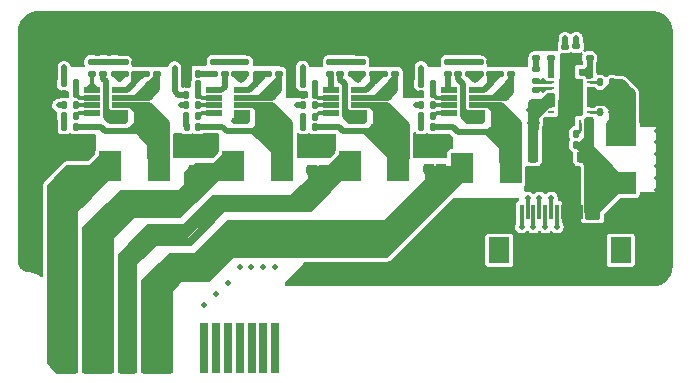
<source format=gbr>
G04 #@! TF.GenerationSoftware,KiCad,Pcbnew,(5.99.0-12889-g70df3822b5)*
G04 #@! TF.CreationDate,2021-11-21T20:46:22+08:00*
G04 #@! TF.ProjectId,PowerSupply,506f7765-7253-4757-9070-6c792e6b6963,rev?*
G04 #@! TF.SameCoordinates,PX5e56640PY77750e0*
G04 #@! TF.FileFunction,Copper,L4,Bot*
G04 #@! TF.FilePolarity,Positive*
%FSLAX46Y46*%
G04 Gerber Fmt 4.6, Leading zero omitted, Abs format (unit mm)*
G04 Created by KiCad (PCBNEW (5.99.0-12889-g70df3822b5)) date 2021-11-21 20:46:22*
%MOMM*%
%LPD*%
G01*
G04 APERTURE LIST*
G04 Aperture macros list*
%AMRoundRect*
0 Rectangle with rounded corners*
0 $1 Rounding radius*
0 $2 $3 $4 $5 $6 $7 $8 $9 X,Y pos of 4 corners*
0 Add a 4 corners polygon primitive as box body*
4,1,4,$2,$3,$4,$5,$6,$7,$8,$9,$2,$3,0*
0 Add four circle primitives for the rounded corners*
1,1,$1+$1,$2,$3*
1,1,$1+$1,$4,$5*
1,1,$1+$1,$6,$7*
1,1,$1+$1,$8,$9*
0 Add four rect primitives between the rounded corners*
20,1,$1+$1,$2,$3,$4,$5,0*
20,1,$1+$1,$4,$5,$6,$7,0*
20,1,$1+$1,$6,$7,$8,$9,0*
20,1,$1+$1,$8,$9,$2,$3,0*%
G04 Aperture macros list end*
G04 #@! TA.AperFunction,ConnectorPad*
%ADD10R,0.700000X3.200000*%
G04 #@! TD*
G04 #@! TA.AperFunction,ConnectorPad*
%ADD11R,0.700000X4.300000*%
G04 #@! TD*
G04 #@! TA.AperFunction,SMDPad,CuDef*
%ADD12RoundRect,0.140000X-0.140000X-0.170000X0.140000X-0.170000X0.140000X0.170000X-0.140000X0.170000X0*%
G04 #@! TD*
G04 #@! TA.AperFunction,SMDPad,CuDef*
%ADD13RoundRect,0.140000X0.170000X-0.140000X0.170000X0.140000X-0.170000X0.140000X-0.170000X-0.140000X0*%
G04 #@! TD*
G04 #@! TA.AperFunction,SMDPad,CuDef*
%ADD14RoundRect,0.225000X0.250000X-0.225000X0.250000X0.225000X-0.250000X0.225000X-0.250000X-0.225000X0*%
G04 #@! TD*
G04 #@! TA.AperFunction,SMDPad,CuDef*
%ADD15RoundRect,0.140000X0.140000X0.170000X-0.140000X0.170000X-0.140000X-0.170000X0.140000X-0.170000X0*%
G04 #@! TD*
G04 #@! TA.AperFunction,SMDPad,CuDef*
%ADD16RoundRect,0.140000X-0.170000X0.140000X-0.170000X-0.140000X0.170000X-0.140000X0.170000X0.140000X0*%
G04 #@! TD*
G04 #@! TA.AperFunction,SMDPad,CuDef*
%ADD17R,1.900000X2.500000*%
G04 #@! TD*
G04 #@! TA.AperFunction,SMDPad,CuDef*
%ADD18RoundRect,0.135000X-0.135000X-0.185000X0.135000X-0.185000X0.135000X0.185000X-0.135000X0.185000X0*%
G04 #@! TD*
G04 #@! TA.AperFunction,SMDPad,CuDef*
%ADD19RoundRect,0.135000X0.135000X0.185000X-0.135000X0.185000X-0.135000X-0.185000X0.135000X-0.185000X0*%
G04 #@! TD*
G04 #@! TA.AperFunction,SMDPad,CuDef*
%ADD20RoundRect,0.135000X0.185000X-0.135000X0.185000X0.135000X-0.185000X0.135000X-0.185000X-0.135000X0*%
G04 #@! TD*
G04 #@! TA.AperFunction,SMDPad,CuDef*
%ADD21RoundRect,0.135000X-0.185000X0.135000X-0.185000X-0.135000X0.185000X-0.135000X0.185000X0.135000X0*%
G04 #@! TD*
G04 #@! TA.AperFunction,SMDPad,CuDef*
%ADD22R,1.340000X0.490000*%
G04 #@! TD*
G04 #@! TA.AperFunction,SMDPad,CuDef*
%ADD23RoundRect,0.225000X0.225000X0.250000X-0.225000X0.250000X-0.225000X-0.250000X0.225000X-0.250000X0*%
G04 #@! TD*
G04 #@! TA.AperFunction,SMDPad,CuDef*
%ADD24RoundRect,0.225000X-0.225000X-0.250000X0.225000X-0.250000X0.225000X0.250000X-0.225000X0.250000X0*%
G04 #@! TD*
G04 #@! TA.AperFunction,SMDPad,CuDef*
%ADD25R,2.500000X1.900000*%
G04 #@! TD*
G04 #@! TA.AperFunction,SMDPad,CuDef*
%ADD26R,0.240000X0.600000*%
G04 #@! TD*
G04 #@! TA.AperFunction,SMDPad,CuDef*
%ADD27R,0.600000X0.240000*%
G04 #@! TD*
G04 #@! TA.AperFunction,SMDPad,CuDef*
%ADD28R,0.240000X0.990000*%
G04 #@! TD*
G04 #@! TA.AperFunction,SMDPad,CuDef*
%ADD29R,2.050000X3.050000*%
G04 #@! TD*
G04 #@! TA.AperFunction,SMDPad,CuDef*
%ADD30R,0.517500X0.427500*%
G04 #@! TD*
G04 #@! TA.AperFunction,SMDPad,CuDef*
%ADD31R,0.300000X1.300000*%
G04 #@! TD*
G04 #@! TA.AperFunction,SMDPad,CuDef*
%ADD32R,1.800000X2.200000*%
G04 #@! TD*
G04 #@! TA.AperFunction,SMDPad,CuDef*
%ADD33RoundRect,0.275000X-3.225000X-0.275000X3.225000X-0.275000X3.225000X0.275000X-3.225000X0.275000X0*%
G04 #@! TD*
G04 #@! TA.AperFunction,SMDPad,CuDef*
%ADD34RoundRect,0.275000X0.275000X-3.225000X0.275000X3.225000X-0.275000X3.225000X-0.275000X-3.225000X0*%
G04 #@! TD*
G04 #@! TA.AperFunction,ViaPad*
%ADD35C,0.500000*%
G04 #@! TD*
G04 #@! TA.AperFunction,Conductor*
%ADD36C,0.500000*%
G04 #@! TD*
G04 #@! TA.AperFunction,Conductor*
%ADD37C,0.250000*%
G04 #@! TD*
G04 #@! TA.AperFunction,Conductor*
%ADD38C,0.700000*%
G04 #@! TD*
G04 #@! TA.AperFunction,Conductor*
%ADD39C,0.150000*%
G04 #@! TD*
G04 #@! TA.AperFunction,Conductor*
%ADD40C,0.300000*%
G04 #@! TD*
G04 APERTURE END LIST*
D10*
G04 #@! TO.P,PCI1,A1*
G04 #@! TO.N,+1V2*
X13050000Y5600000D03*
D11*
G04 #@! TO.P,PCI1,A2*
X14050000Y5050000D03*
G04 #@! TO.P,PCI1,A3*
X15050000Y5050000D03*
G04 #@! TO.P,PCI1,A4*
G04 #@! TO.N,+1V5*
X16050000Y5050000D03*
G04 #@! TO.P,PCI1,A5*
X17050000Y5050000D03*
G04 #@! TO.P,PCI1,A6*
X18050000Y5050000D03*
G04 #@! TO.P,PCI1,A7*
G04 #@! TO.N,+2V5*
X19050000Y5050000D03*
G04 #@! TO.P,PCI1,A8*
X20050000Y5050000D03*
G04 #@! TO.P,PCI1,A9*
G04 #@! TO.N,+3V3*
X21050000Y5050000D03*
G04 #@! TO.P,PCI1,A10*
X22050000Y5050000D03*
G04 #@! TO.P,PCI1,A11*
X23050000Y5050000D03*
G04 #@! TO.P,PCI1,A12*
G04 #@! TO.N,N/C*
X26050000Y5050000D03*
G04 #@! TO.P,PCI1,A13*
X27050000Y5050000D03*
G04 #@! TO.P,PCI1,A14*
X28050000Y5050000D03*
G04 #@! TO.P,PCI1,A15*
X29050000Y5050000D03*
G04 #@! TO.P,PCI1,A16*
X30050000Y5050000D03*
G04 #@! TO.P,PCI1,A17*
X31050000Y5050000D03*
G04 #@! TO.P,PCI1,A18*
X32050000Y5050000D03*
G04 #@! TD*
D12*
G04 #@! TO.P,C7,1*
G04 #@! TO.N,Net-(C7-Pad1)*
X44440000Y23800000D03*
G04 #@! TO.P,C7,2*
G04 #@! TO.N,Net-(3V3-Pad3)*
X45400000Y23800000D03*
G04 #@! TD*
G04 #@! TO.P,C8,1*
G04 #@! TO.N,Net-(C8-Pad1)*
X34440000Y23810000D03*
G04 #@! TO.P,C8,2*
G04 #@! TO.N,Net-(2V5-Pad3)*
X35400000Y23810000D03*
G04 #@! TD*
D13*
G04 #@! TO.P,C10,1*
G04 #@! TO.N,+5V*
X52040000Y28310000D03*
G04 #@! TO.P,C10,2*
G04 #@! TO.N,GND*
X52040000Y29270000D03*
G04 #@! TD*
G04 #@! TO.P,C12,1*
G04 #@! TO.N,+5V*
X42230000Y28310000D03*
G04 #@! TO.P,C12,2*
G04 #@! TO.N,GND*
X42230000Y29270000D03*
G04 #@! TD*
D14*
G04 #@! TO.P,C13,1*
G04 #@! TO.N,+3V3*
X46105000Y20205000D03*
G04 #@! TO.P,C13,2*
G04 #@! TO.N,GND*
X46105000Y21755000D03*
G04 #@! TD*
G04 #@! TO.P,C14,1*
G04 #@! TO.N,+3V3*
X45045000Y20205000D03*
G04 #@! TO.P,C14,2*
G04 #@! TO.N,GND*
X45045000Y21755000D03*
G04 #@! TD*
G04 #@! TO.P,C15,1*
G04 #@! TO.N,+2V5*
X36200000Y20175000D03*
G04 #@! TO.P,C15,2*
G04 #@! TO.N,GND*
X36200000Y21725000D03*
G04 #@! TD*
G04 #@! TO.P,C16,1*
G04 #@! TO.N,+2V5*
X35140000Y20175000D03*
G04 #@! TO.P,C16,2*
G04 #@! TO.N,GND*
X35140000Y21725000D03*
G04 #@! TD*
D15*
G04 #@! TO.P,C17,1*
G04 #@! TO.N,Net-(3V3-Pad7)*
X45400000Y26560000D03*
G04 #@! TO.P,C17,2*
G04 #@! TO.N,GND*
X44440000Y26560000D03*
G04 #@! TD*
G04 #@! TO.P,C18,1*
G04 #@! TO.N,Net-(2V5-Pad7)*
X35400000Y26550000D03*
G04 #@! TO.P,C18,2*
G04 #@! TO.N,GND*
X34440000Y26550000D03*
G04 #@! TD*
D16*
G04 #@! TO.P,C19,1*
G04 #@! TO.N,Net-(C19-Pad1)*
X49360001Y29270000D03*
G04 #@! TO.P,C19,2*
G04 #@! TO.N,+3V3*
X49360001Y28310000D03*
G04 #@! TD*
G04 #@! TO.P,C20,1*
G04 #@! TO.N,Net-(C20-Pad1)*
X39400001Y29270000D03*
G04 #@! TO.P,C20,2*
G04 #@! TO.N,+2V5*
X39400001Y28310000D03*
G04 #@! TD*
D13*
G04 #@! TO.P,C21,1*
G04 #@! TO.N,Net-(3V3-Pad1)*
X50219999Y28310000D03*
G04 #@! TO.P,C21,2*
G04 #@! TO.N,GND*
X50219999Y29270000D03*
G04 #@! TD*
G04 #@! TO.P,C22,1*
G04 #@! TO.N,Net-(2V5-Pad1)*
X40340000Y28310000D03*
G04 #@! TO.P,C22,2*
G04 #@! TO.N,GND*
X40340000Y29270000D03*
G04 #@! TD*
D12*
G04 #@! TO.P,C23,1*
G04 #@! TO.N,Net-(C23-Pad1)*
X24570000Y23790000D03*
G04 #@! TO.P,C23,2*
G04 #@! TO.N,Net-(1V5-Pad3)*
X25530000Y23790000D03*
G04 #@! TD*
G04 #@! TO.P,C24,1*
G04 #@! TO.N,Net-(C24-Pad1)*
X14210000Y23790000D03*
G04 #@! TO.P,C24,2*
G04 #@! TO.N,Net-(1V2-Pad3)*
X15170000Y23790000D03*
G04 #@! TD*
D13*
G04 #@! TO.P,C26,1*
G04 #@! TO.N,+5V*
X32370000Y28310000D03*
G04 #@! TO.P,C26,2*
G04 #@! TO.N,GND*
X32370000Y29270000D03*
G04 #@! TD*
G04 #@! TO.P,C28,1*
G04 #@! TO.N,+5V*
X22030000Y28310000D03*
G04 #@! TO.P,C28,2*
G04 #@! TO.N,GND*
X22030000Y29270000D03*
G04 #@! TD*
D14*
G04 #@! TO.P,C29,1*
G04 #@! TO.N,+1V5*
X25204999Y20175000D03*
G04 #@! TO.P,C29,2*
G04 #@! TO.N,GND*
X25204999Y21725000D03*
G04 #@! TD*
G04 #@! TO.P,C30,1*
G04 #@! TO.N,+1V5*
X26280000Y20175000D03*
G04 #@! TO.P,C30,2*
G04 #@! TO.N,GND*
X26280000Y21725000D03*
G04 #@! TD*
G04 #@! TO.P,C31,1*
G04 #@! TO.N,+1V2*
X15805000Y20175000D03*
G04 #@! TO.P,C31,2*
G04 #@! TO.N,GND*
X15805000Y21725000D03*
G04 #@! TD*
G04 #@! TO.P,C32,1*
G04 #@! TO.N,+1V2*
X14755001Y20175000D03*
G04 #@! TO.P,C32,2*
G04 #@! TO.N,GND*
X14755001Y21725000D03*
G04 #@! TD*
D15*
G04 #@! TO.P,C33,1*
G04 #@! TO.N,Net-(1V5-Pad7)*
X25530000Y27410000D03*
G04 #@! TO.P,C33,2*
G04 #@! TO.N,GND*
X24570000Y27410000D03*
G04 #@! TD*
G04 #@! TO.P,C34,1*
G04 #@! TO.N,Net-(1V2-Pad7)*
X15170000Y26580000D03*
G04 #@! TO.P,C34,2*
G04 #@! TO.N,GND*
X14210000Y26580000D03*
G04 #@! TD*
D16*
G04 #@! TO.P,C35,1*
G04 #@! TO.N,Net-(C35-Pad1)*
X29540001Y29270000D03*
G04 #@! TO.P,C35,2*
G04 #@! TO.N,+1V5*
X29540001Y28310000D03*
G04 #@! TD*
G04 #@! TO.P,C36,1*
G04 #@! TO.N,Net-(C36-Pad1)*
X19310001Y29270000D03*
G04 #@! TO.P,C36,2*
G04 #@! TO.N,+1V2*
X19310001Y28310000D03*
G04 #@! TD*
D13*
G04 #@! TO.P,C37,1*
G04 #@! TO.N,Net-(1V5-Pad1)*
X31450000Y28310000D03*
G04 #@! TO.P,C37,2*
G04 #@! TO.N,GND*
X31450000Y29270000D03*
G04 #@! TD*
G04 #@! TO.P,C38,1*
G04 #@! TO.N,Net-(1V2-Pad1)*
X20210000Y28300000D03*
G04 #@! TO.P,C38,2*
G04 #@! TO.N,GND*
X20210000Y29260000D03*
G04 #@! TD*
D17*
G04 #@! TO.P,L3,1*
G04 #@! TO.N,Net-(3V3-Pad3)*
X51980000Y20350000D03*
G04 #@! TO.P,L3,2*
G04 #@! TO.N,+3V3*
X47880000Y20350000D03*
G04 #@! TD*
G04 #@! TO.P,L4,1*
G04 #@! TO.N,Net-(2V5-Pad3)*
X42490000Y20460000D03*
G04 #@! TO.P,L4,2*
G04 #@! TO.N,+2V5*
X38390000Y20460000D03*
G04 #@! TD*
G04 #@! TO.P,L5,1*
G04 #@! TO.N,Net-(1V5-Pad3)*
X32620000Y20460000D03*
G04 #@! TO.P,L5,2*
G04 #@! TO.N,+1V5*
X28520000Y20460000D03*
G04 #@! TD*
G04 #@! TO.P,L6,1*
G04 #@! TO.N,Net-(1V2-Pad3)*
X22180000Y20460000D03*
G04 #@! TO.P,L6,2*
G04 #@! TO.N,+1V2*
X18080000Y20460000D03*
G04 #@! TD*
D18*
G04 #@! TO.P,R3,1*
G04 #@! TO.N,+5V*
X44410000Y25640000D03*
G04 #@! TO.P,R3,2*
G04 #@! TO.N,Net-(3V3-Pad6)*
X45430000Y25640000D03*
G04 #@! TD*
G04 #@! TO.P,R4,1*
G04 #@! TO.N,+5V*
X34410000Y25640000D03*
G04 #@! TO.P,R4,2*
G04 #@! TO.N,Net-(2V5-Pad6)*
X35430000Y25640000D03*
G04 #@! TD*
D19*
G04 #@! TO.P,R5,1*
G04 #@! TO.N,Net-(3V3-Pad5)*
X45430000Y24710000D03*
G04 #@! TO.P,R5,2*
G04 #@! TO.N,Net-(C7-Pad1)*
X44410000Y24710000D03*
G04 #@! TD*
G04 #@! TO.P,R6,1*
G04 #@! TO.N,Net-(2V5-Pad5)*
X35430000Y24690000D03*
G04 #@! TO.P,R6,2*
G04 #@! TO.N,Net-(C8-Pad1)*
X34410000Y24690000D03*
G04 #@! TD*
G04 #@! TO.P,R9,1*
G04 #@! TO.N,Net-(3V3-Pad7)*
X45430000Y27470000D03*
G04 #@! TO.P,R9,2*
G04 #@! TO.N,Net-(3V3-Pad1)*
X44410000Y27470000D03*
G04 #@! TD*
G04 #@! TO.P,R10,1*
G04 #@! TO.N,Net-(2V5-Pad7)*
X35430000Y27480000D03*
G04 #@! TO.P,R10,2*
G04 #@! TO.N,Net-(2V5-Pad1)*
X34410000Y27480000D03*
G04 #@! TD*
D20*
G04 #@! TO.P,R11,1*
G04 #@! TO.N,Net-(3V3-Pad1)*
X51115000Y28280000D03*
G04 #@! TO.P,R11,2*
G04 #@! TO.N,GND*
X51115000Y29300000D03*
G04 #@! TD*
G04 #@! TO.P,R12,1*
G04 #@! TO.N,Net-(2V5-Pad1)*
X41235000Y28280000D03*
G04 #@! TO.P,R12,2*
G04 #@! TO.N,GND*
X41235000Y29300000D03*
G04 #@! TD*
G04 #@! TO.P,R13,1*
G04 #@! TO.N,Net-(3V3-Pad8)*
X46685000Y28280000D03*
G04 #@! TO.P,R13,2*
G04 #@! TO.N,Net-(C19-Pad1)*
X46685000Y29300000D03*
G04 #@! TD*
D21*
G04 #@! TO.P,R14,1*
G04 #@! TO.N,Net-(C19-Pad1)*
X48500000Y29300000D03*
G04 #@! TO.P,R14,2*
G04 #@! TO.N,+3V3*
X48500000Y28280000D03*
G04 #@! TD*
D20*
G04 #@! TO.P,R15,1*
G04 #@! TO.N,Net-(2V5-Pad8)*
X36725000Y28280000D03*
G04 #@! TO.P,R15,2*
G04 #@! TO.N,Net-(C20-Pad1)*
X36725000Y29300000D03*
G04 #@! TD*
D21*
G04 #@! TO.P,R16,1*
G04 #@! TO.N,Net-(C20-Pad1)*
X38540000Y29300000D03*
G04 #@! TO.P,R16,2*
G04 #@! TO.N,+2V5*
X38540000Y28280000D03*
G04 #@! TD*
G04 #@! TO.P,R17,1*
G04 #@! TO.N,Net-(C19-Pad1)*
X47540000Y29300000D03*
G04 #@! TO.P,R17,2*
G04 #@! TO.N,GND*
X47540000Y28280000D03*
G04 #@! TD*
G04 #@! TO.P,R18,1*
G04 #@! TO.N,Net-(C20-Pad1)*
X37580000Y29300000D03*
G04 #@! TO.P,R18,2*
G04 #@! TO.N,GND*
X37580000Y28280000D03*
G04 #@! TD*
D18*
G04 #@! TO.P,R19,1*
G04 #@! TO.N,+5V*
X24540000Y25640000D03*
G04 #@! TO.P,R19,2*
G04 #@! TO.N,Net-(1V5-Pad6)*
X25560000Y25640000D03*
G04 #@! TD*
G04 #@! TO.P,R20,1*
G04 #@! TO.N,+5V*
X14180000Y25640000D03*
G04 #@! TO.P,R20,2*
G04 #@! TO.N,Net-(1V2-Pad6)*
X15200000Y25640000D03*
G04 #@! TD*
D19*
G04 #@! TO.P,R21,1*
G04 #@! TO.N,Net-(1V5-Pad5)*
X25560000Y24710000D03*
G04 #@! TO.P,R21,2*
G04 #@! TO.N,Net-(C23-Pad1)*
X24540000Y24710000D03*
G04 #@! TD*
G04 #@! TO.P,R22,1*
G04 #@! TO.N,Net-(1V2-Pad5)*
X15200000Y24710000D03*
G04 #@! TO.P,R22,2*
G04 #@! TO.N,Net-(C24-Pad1)*
X14180000Y24710000D03*
G04 #@! TD*
G04 #@! TO.P,R23,1*
G04 #@! TO.N,Net-(1V5-Pad7)*
X25560000Y26540000D03*
G04 #@! TO.P,R23,2*
G04 #@! TO.N,Net-(1V5-Pad1)*
X24540000Y26540000D03*
G04 #@! TD*
G04 #@! TO.P,R24,1*
G04 #@! TO.N,Net-(1V2-Pad7)*
X15200000Y27500000D03*
G04 #@! TO.P,R24,2*
G04 #@! TO.N,Net-(1V2-Pad1)*
X14180000Y27500000D03*
G04 #@! TD*
D20*
G04 #@! TO.P,R25,1*
G04 #@! TO.N,Net-(1V5-Pad1)*
X30520000Y28280000D03*
G04 #@! TO.P,R25,2*
G04 #@! TO.N,GND*
X30520000Y29300000D03*
G04 #@! TD*
G04 #@! TO.P,R26,1*
G04 #@! TO.N,Net-(1V2-Pad1)*
X21105000Y28270000D03*
G04 #@! TO.P,R26,2*
G04 #@! TO.N,GND*
X21105000Y29290000D03*
G04 #@! TD*
G04 #@! TO.P,R27,1*
G04 #@! TO.N,Net-(1V5-Pad8)*
X27780000Y28280000D03*
G04 #@! TO.P,R27,2*
G04 #@! TO.N,Net-(C35-Pad1)*
X27780000Y29300000D03*
G04 #@! TD*
D21*
G04 #@! TO.P,R28,1*
G04 #@! TO.N,Net-(C35-Pad1)*
X28680000Y29300000D03*
G04 #@! TO.P,R28,2*
G04 #@! TO.N,+1V5*
X28680000Y28280000D03*
G04 #@! TD*
D20*
G04 #@! TO.P,R29,1*
G04 #@! TO.N,Net-(1V2-Pad8)*
X16530000Y28280000D03*
G04 #@! TO.P,R29,2*
G04 #@! TO.N,Net-(C36-Pad1)*
X16530000Y29300000D03*
G04 #@! TD*
D21*
G04 #@! TO.P,R30,1*
G04 #@! TO.N,Net-(C36-Pad1)*
X18450000Y29300000D03*
G04 #@! TO.P,R30,2*
G04 #@! TO.N,+1V2*
X18450000Y28280000D03*
G04 #@! TD*
G04 #@! TO.P,R31,1*
G04 #@! TO.N,Net-(C36-Pad1)*
X17500000Y29300000D03*
G04 #@! TO.P,R31,2*
G04 #@! TO.N,GND*
X17500000Y28280000D03*
G04 #@! TD*
D18*
G04 #@! TO.P,R32,1*
G04 #@! TO.N,GND*
X24540000Y28300000D03*
G04 #@! TO.P,R32,2*
G04 #@! TO.N,Net-(R32-Pad2)*
X25560000Y28300000D03*
G04 #@! TD*
D20*
G04 #@! TO.P,R33,1*
G04 #@! TO.N,Net-(R32-Pad2)*
X26860000Y28280000D03*
G04 #@! TO.P,R33,2*
G04 #@! TO.N,Net-(C35-Pad1)*
X26860000Y29300000D03*
G04 #@! TD*
D22*
G04 #@! TO.P,3V3,1*
G04 #@! TO.N,Net-(3V3-Pad1)*
X49150001Y26945000D03*
G04 #@! TO.P,3V3,2*
G04 #@! TO.N,+5V*
X49150001Y26295000D03*
G04 #@! TO.P,3V3,3*
G04 #@! TO.N,Net-(3V3-Pad3)*
X49150001Y25645000D03*
G04 #@! TO.P,3V3,4*
G04 #@! TO.N,GND*
X49150001Y24995000D03*
G04 #@! TO.P,3V3,5*
G04 #@! TO.N,Net-(3V3-Pad5)*
X46770001Y24995000D03*
G04 #@! TO.P,3V3,6*
G04 #@! TO.N,Net-(3V3-Pad6)*
X46770001Y25645000D03*
G04 #@! TO.P,3V3,7*
G04 #@! TO.N,Net-(3V3-Pad7)*
X46770001Y26295000D03*
G04 #@! TO.P,3V3,8*
G04 #@! TO.N,Net-(3V3-Pad8)*
X46770001Y26945000D03*
G04 #@! TD*
G04 #@! TO.P,2V5,1*
G04 #@! TO.N,Net-(2V5-Pad1)*
X39140000Y26945000D03*
G04 #@! TO.P,2V5,2*
G04 #@! TO.N,+5V*
X39140000Y26295000D03*
G04 #@! TO.P,2V5,3*
G04 #@! TO.N,Net-(2V5-Pad3)*
X39140000Y25645000D03*
G04 #@! TO.P,2V5,4*
G04 #@! TO.N,GND*
X39140000Y24995000D03*
G04 #@! TO.P,2V5,5*
G04 #@! TO.N,Net-(2V5-Pad5)*
X36760000Y24995000D03*
G04 #@! TO.P,2V5,6*
G04 #@! TO.N,Net-(2V5-Pad6)*
X36760000Y25645000D03*
G04 #@! TO.P,2V5,7*
G04 #@! TO.N,Net-(2V5-Pad7)*
X36760000Y26295000D03*
G04 #@! TO.P,2V5,8*
G04 #@! TO.N,Net-(2V5-Pad8)*
X36760000Y26945000D03*
G04 #@! TD*
G04 #@! TO.P,1V5,1*
G04 #@! TO.N,Net-(1V5-Pad1)*
X29260000Y26945000D03*
G04 #@! TO.P,1V5,2*
G04 #@! TO.N,+5V*
X29260000Y26295000D03*
G04 #@! TO.P,1V5,3*
G04 #@! TO.N,Net-(1V5-Pad3)*
X29260000Y25645000D03*
G04 #@! TO.P,1V5,4*
G04 #@! TO.N,GND*
X29260000Y24995000D03*
G04 #@! TO.P,1V5,5*
G04 #@! TO.N,Net-(1V5-Pad5)*
X26880000Y24995000D03*
G04 #@! TO.P,1V5,6*
G04 #@! TO.N,Net-(1V5-Pad6)*
X26880000Y25645000D03*
G04 #@! TO.P,1V5,7*
G04 #@! TO.N,Net-(1V5-Pad7)*
X26880000Y26295000D03*
G04 #@! TO.P,1V5,8*
G04 #@! TO.N,Net-(1V5-Pad8)*
X26880000Y26945000D03*
G04 #@! TD*
G04 #@! TO.P,1V2,1*
G04 #@! TO.N,Net-(1V2-Pad1)*
X18910001Y26945000D03*
G04 #@! TO.P,1V2,2*
G04 #@! TO.N,+5V*
X18910001Y26295000D03*
G04 #@! TO.P,1V2,3*
G04 #@! TO.N,Net-(1V2-Pad3)*
X18910001Y25645000D03*
G04 #@! TO.P,1V2,4*
G04 #@! TO.N,GND*
X18910001Y24995000D03*
G04 #@! TO.P,1V2,5*
G04 #@! TO.N,Net-(1V2-Pad5)*
X16530001Y24995000D03*
G04 #@! TO.P,1V2,6*
G04 #@! TO.N,Net-(1V2-Pad6)*
X16530001Y25645000D03*
G04 #@! TO.P,1V2,7*
G04 #@! TO.N,Net-(1V2-Pad7)*
X16530001Y26295000D03*
G04 #@! TO.P,1V2,8*
G04 #@! TO.N,Net-(1V2-Pad8)*
X16530001Y26945000D03*
G04 #@! TD*
D23*
G04 #@! TO.P,C1,1*
G04 #@! TO.N,BAT+*
X58005000Y21240000D03*
G04 #@! TO.P,C1,2*
G04 #@! TO.N,GND*
X56455000Y21240000D03*
G04 #@! TD*
D15*
G04 #@! TO.P,C2,1*
G04 #@! TO.N,BAT+*
X57520000Y22320000D03*
G04 #@! TO.P,C2,2*
G04 #@! TO.N,GND*
X56560000Y22320000D03*
G04 #@! TD*
D16*
G04 #@! TO.P,C3,1*
G04 #@! TO.N,Net-(C3-Pad1)*
X56600000Y30610000D03*
G04 #@! TO.P,C3,2*
G04 #@! TO.N,GND*
X56600000Y29650000D03*
G04 #@! TD*
D13*
G04 #@! TO.P,C4,1*
G04 #@! TO.N,Net-(C4-Pad1)*
X58680000Y29650000D03*
G04 #@! TO.P,C4,2*
G04 #@! TO.N,GND*
X58680000Y30610000D03*
G04 #@! TD*
G04 #@! TO.P,C5,1*
G04 #@! TO.N,Net-(C5-Pad1)*
X54140000Y29650000D03*
G04 #@! TO.P,C5,2*
G04 #@! TO.N,GND*
X54140000Y30610000D03*
G04 #@! TD*
D15*
G04 #@! TO.P,C6,1*
G04 #@! TO.N,Net-(C6-Pad1)*
X57520000Y23240000D03*
G04 #@! TO.P,C6,2*
G04 #@! TO.N,GND*
X56560000Y23240000D03*
G04 #@! TD*
D12*
G04 #@! TO.P,C39,1*
G04 #@! TO.N,Net-(C39-Pad1)*
X59580000Y25060000D03*
G04 #@! TO.P,C39,2*
G04 #@! TO.N,Net-(C39-Pad2)*
X60540000Y25060000D03*
G04 #@! TD*
D24*
G04 #@! TO.P,C40,1*
G04 #@! TO.N,+5V*
X53894999Y23350000D03*
G04 #@! TO.P,C40,2*
G04 #@! TO.N,GND*
X55444999Y23350000D03*
G04 #@! TD*
G04 #@! TO.P,C41,1*
G04 #@! TO.N,+5V*
X53895000Y22289999D03*
G04 #@! TO.P,C41,2*
G04 #@! TO.N,GND*
X55445000Y22289999D03*
G04 #@! TD*
D25*
G04 #@! TO.P,L1,1*
G04 #@! TO.N,BAT+*
X61350000Y19050000D03*
G04 #@! TO.P,L1,2*
G04 #@! TO.N,Net-(C39-Pad2)*
X61350000Y23150000D03*
G04 #@! TD*
D20*
G04 #@! TO.P,R1,1*
G04 #@! TO.N,Net-(C3-Pad1)*
X54140000Y27710000D03*
G04 #@! TO.P,R1,2*
G04 #@! TO.N,Net-(C5-Pad1)*
X54140000Y28730000D03*
G04 #@! TD*
G04 #@! TO.P,R2,1*
G04 #@! TO.N,Net-(R2-Pad1)*
X55420000Y29620000D03*
G04 #@! TO.P,R2,2*
G04 #@! TO.N,GND*
X55420000Y30640000D03*
G04 #@! TD*
D18*
G04 #@! TO.P,R7,1*
G04 #@! TO.N,Net-(R7-Pad1)*
X59550000Y27570000D03*
G04 #@! TO.P,R7,2*
G04 #@! TO.N,Net-(C39-Pad2)*
X60570000Y27570000D03*
G04 #@! TD*
D21*
G04 #@! TO.P,R8,1*
G04 #@! TO.N,Net-(R34-Pad2)*
X54140000Y26940000D03*
G04 #@! TO.P,R8,2*
G04 #@! TO.N,+5V*
X54140000Y25920000D03*
G04 #@! TD*
D20*
G04 #@! TO.P,R34,1*
G04 #@! TO.N,GND*
X57560000Y29620000D03*
G04 #@! TO.P,R34,2*
G04 #@! TO.N,Net-(R34-Pad2)*
X57560000Y30640000D03*
G04 #@! TD*
D26*
G04 #@! TO.P,U1,1*
G04 #@! TO.N,Net-(C4-Pad1)*
X57820000Y28470000D03*
D27*
G04 #@! TO.P,U1,2*
X58720000Y28070000D03*
G04 #@! TO.P,U1,3*
G04 #@! TO.N,Net-(R7-Pad1)*
X58720000Y27570000D03*
G04 #@! TO.P,U1,4*
G04 #@! TO.N,Net-(C39-Pad2)*
X58720000Y27070000D03*
G04 #@! TO.P,U1,5*
X58720000Y26570000D03*
G04 #@! TO.P,U1,6*
X58720000Y26070000D03*
G04 #@! TO.P,U1,7*
X58720000Y25570000D03*
G04 #@! TO.P,U1,8*
G04 #@! TO.N,Net-(C39-Pad1)*
X58720000Y25070000D03*
G04 #@! TO.P,U1,9*
G04 #@! TO.N,BAT+*
X58720000Y24570000D03*
D26*
G04 #@! TO.P,U1,10*
G04 #@! TO.N,Net-(C6-Pad1)*
X57820000Y24170000D03*
G04 #@! TO.P,U1,11*
G04 #@! TO.N,GND*
X56320000Y24170000D03*
D27*
G04 #@! TO.P,U1,12*
X55420000Y24570000D03*
G04 #@! TO.P,U1,13*
G04 #@! TO.N,N/C*
X55420000Y25070000D03*
G04 #@! TO.P,U1,14*
G04 #@! TO.N,+5V*
X55420000Y25570000D03*
G04 #@! TO.P,U1,15*
X55420000Y26070000D03*
G04 #@! TO.P,U1,16*
X55420000Y26570000D03*
G04 #@! TO.P,U1,17*
G04 #@! TO.N,Net-(R34-Pad2)*
X55420000Y27070000D03*
G04 #@! TO.P,U1,18*
G04 #@! TO.N,Net-(C3-Pad1)*
X55420000Y27570000D03*
G04 #@! TO.P,U1,19*
G04 #@! TO.N,Net-(R2-Pad1)*
X55420000Y28070000D03*
D26*
G04 #@! TO.P,U1,20*
G04 #@! TO.N,GND*
X56320000Y28470000D03*
D28*
G04 #@! TO.P,U1,21*
X56790000Y28275000D03*
X56790000Y24360000D03*
D29*
X57070000Y26320000D03*
D30*
X57070000Y28040000D03*
X57070000Y24580000D03*
D28*
X57340000Y24360000D03*
X57340000Y28275000D03*
G04 #@! TD*
D31*
G04 #@! TO.P,J1,1*
G04 #@! TO.N,BAT+*
X59420000Y16605000D03*
G04 #@! TO.P,J1,2*
X58920000Y16605000D03*
G04 #@! TO.P,J1,3*
X58420000Y16605000D03*
G04 #@! TO.P,J1,4*
G04 #@! TO.N,GND*
X57920000Y16605000D03*
G04 #@! TO.P,J1,5*
X57420000Y16605000D03*
G04 #@! TO.P,J1,6*
X56920000Y16605000D03*
G04 #@! TO.P,J1,7*
X56420000Y16605000D03*
G04 #@! TO.P,J1,8*
G04 #@! TO.N,BAT_CHG*
X55920000Y16605000D03*
G04 #@! TO.P,J1,9*
G04 #@! TO.N,BAT_PG*
X55420000Y16605000D03*
G04 #@! TO.P,J1,10*
G04 #@! TO.N,BAT_ISET*
X54920000Y16605000D03*
G04 #@! TO.P,J1,11*
G04 #@! TO.N,REG_POWER*
X54420000Y16605000D03*
G04 #@! TO.P,J1,12*
G04 #@! TO.N,REG_CHG*
X53920000Y16605000D03*
G04 #@! TO.P,J1,13*
G04 #@! TO.N,REG_EN1*
X53420000Y16605000D03*
G04 #@! TO.P,J1,14*
G04 #@! TO.N,REG_EN2*
X52920000Y16605000D03*
D32*
G04 #@! TO.P,J1,MP*
G04 #@! TO.N,N/C*
X51020000Y13355000D03*
X61320000Y13355000D03*
G04 #@! TD*
D24*
G04 #@! TO.P,C42,1*
G04 #@! TO.N,+5V*
X53905000Y21240000D03*
G04 #@! TO.P,C42,2*
G04 #@! TO.N,GND*
X55455000Y21240000D03*
G04 #@! TD*
D33*
G04 #@! TO.P,J2,1*
G04 #@! TO.N,GND*
X17450000Y32870000D03*
G04 #@! TD*
D34*
G04 #@! TO.P,J3,1*
G04 #@! TO.N,GND*
X64900000Y17480000D03*
G04 #@! TD*
D33*
G04 #@! TO.P,J4,1*
G04 #@! TO.N,GND*
X58580000Y32870000D03*
G04 #@! TD*
G04 #@! TO.P,J5,1*
G04 #@! TO.N,GND*
X31160000Y32870000D03*
G04 #@! TD*
D34*
G04 #@! TO.P,J6,1*
G04 #@! TO.N,GND*
X64890000Y26480000D03*
G04 #@! TD*
G04 #@! TO.P,J7,1*
G04 #@! TO.N,GND*
X11180000Y17480000D03*
G04 #@! TD*
D33*
G04 #@! TO.P,J8,1*
G04 #@! TO.N,GND*
X44870000Y11090000D03*
G04 #@! TD*
G04 #@! TO.P,J9,1*
G04 #@! TO.N,GND*
X44870000Y32870000D03*
G04 #@! TD*
D34*
G04 #@! TO.P,J10,1*
G04 #@! TO.N,GND*
X11180000Y26480000D03*
G04 #@! TD*
D35*
G04 #@! TO.N,GND*
X48330000Y24310001D03*
X49430000Y24310000D03*
X48879999Y24310001D03*
X38849999Y24320000D03*
X39400000Y24320000D03*
X29680000Y24300000D03*
X29130000Y24300000D03*
X28580001Y24300000D03*
X11690000Y29590000D03*
X10690000Y29590000D03*
X65390000Y29490000D03*
X64390000Y29490000D03*
X18070000Y24320000D03*
X18619999Y24320000D03*
X19170000Y24320000D03*
X57429999Y14305001D03*
X57970000Y15005000D03*
X56870000Y15005001D03*
X56880000Y14305001D03*
X57980000Y14305000D03*
X57419999Y15005001D03*
X57970000Y13605000D03*
X57419999Y13605001D03*
X56880000Y12905001D03*
X57980000Y12905000D03*
X56870000Y13605001D03*
X57429999Y12905001D03*
X58680000Y12905001D03*
X59219999Y13605001D03*
X59770000Y13605000D03*
X59780000Y12905000D03*
X58670000Y13605001D03*
X59229999Y12905001D03*
X59219999Y15005001D03*
X59780000Y14305000D03*
X59229999Y14305001D03*
X58670000Y15005001D03*
X59770000Y15005000D03*
X58680000Y14305001D03*
X57075000Y26693334D03*
X57750000Y26693334D03*
X56400000Y26703334D03*
X57065000Y25916668D03*
X56390001Y25926668D03*
X57740000Y25916668D03*
X56390000Y25150000D03*
X57065000Y25140000D03*
X57740000Y25140000D03*
X13160000Y33320000D03*
X14160000Y33320000D03*
X15160000Y33320000D03*
X16160000Y33320000D03*
X17160000Y33320000D03*
X18160000Y33320000D03*
X19160000Y33320000D03*
X20160000Y33320000D03*
X21160000Y33320000D03*
X22160000Y33320000D03*
X23160000Y33320000D03*
X24160000Y33320000D03*
X25160000Y33320000D03*
X26160000Y33320000D03*
X27160000Y33320000D03*
X28160000Y33320000D03*
X29160000Y33320000D03*
X30160000Y33320000D03*
X31160000Y33320000D03*
X32160000Y33320000D03*
X33160000Y33320000D03*
X34160000Y33320000D03*
X35160000Y33320000D03*
X36160000Y33320000D03*
X37160000Y33320000D03*
X38160000Y33320000D03*
X39160000Y33320000D03*
X40160000Y33320000D03*
X41160000Y33320000D03*
X42160000Y33320000D03*
X43160000Y33320000D03*
X44160000Y33320000D03*
X45160000Y33320000D03*
X46160000Y33320000D03*
X47160000Y33320000D03*
X48160000Y33320000D03*
X49160000Y33320000D03*
X50160000Y33320000D03*
X51160000Y33320000D03*
X52160000Y33320000D03*
X53160000Y33320000D03*
X54160000Y33320000D03*
X55160000Y33320000D03*
X56160000Y33320000D03*
X57160000Y33320000D03*
X58160000Y33320000D03*
X59160000Y33320000D03*
X60160000Y33320000D03*
X61160000Y33320000D03*
X12290000Y32130000D03*
X13160000Y32320000D03*
X14160000Y32320000D03*
X15160000Y32320000D03*
X16160000Y32320000D03*
X17160000Y32320000D03*
X18160000Y32320000D03*
X19160000Y32320000D03*
X20160000Y32320000D03*
X21160000Y32320000D03*
X22160000Y32320000D03*
X23160000Y32320000D03*
X24160000Y32320000D03*
X25160000Y32320000D03*
X26160000Y32320000D03*
X27160000Y32320000D03*
X28160000Y32320000D03*
X29160000Y32320000D03*
X30160000Y32320000D03*
X31160000Y32320000D03*
X32160000Y32320000D03*
X33160000Y32320000D03*
X34160000Y32320000D03*
X35160000Y32320000D03*
X36160000Y32320000D03*
X37160000Y32320000D03*
X38160000Y32320000D03*
X39160000Y32320000D03*
X40160000Y32320000D03*
X41160000Y32320000D03*
X42160000Y32320000D03*
X43160000Y32320000D03*
X44160000Y32320000D03*
X45160000Y32320000D03*
X46160000Y32320000D03*
X47160000Y32320000D03*
X48160000Y32320000D03*
X49160000Y32320000D03*
X50160000Y32320000D03*
X51160000Y32320000D03*
X52160000Y32320000D03*
X53160000Y32320000D03*
X54160000Y32320000D03*
X55160000Y32320000D03*
X56160000Y32320000D03*
X57160000Y32320000D03*
X58160000Y32320000D03*
X59160000Y32320000D03*
X60160000Y32320000D03*
X61160000Y32320000D03*
X62160000Y32320000D03*
X62160000Y33320000D03*
X63160000Y32320000D03*
X63160000Y33320000D03*
X63860000Y32050000D03*
X64160000Y33320000D03*
X11300000Y33020000D03*
X10670000Y31600000D03*
X11780000Y31470000D03*
X10690000Y30590000D03*
X11690000Y30590000D03*
X10690000Y28590000D03*
X11690000Y28590000D03*
X10690000Y27590000D03*
X11690000Y27590000D03*
X10690000Y26590000D03*
X11690000Y26590000D03*
X10690000Y25590000D03*
X11690000Y25590000D03*
X10690000Y24590000D03*
X11690000Y24590000D03*
X10690000Y23590000D03*
X11690000Y23590000D03*
X10690000Y22590000D03*
X11690000Y22590000D03*
X10690000Y21590000D03*
X11690000Y21590000D03*
X10690000Y20590000D03*
X11690000Y20590000D03*
X10690000Y19590000D03*
X11690000Y19590000D03*
X10690000Y18590000D03*
X11690000Y18590000D03*
X10690000Y17590000D03*
X11690000Y17590000D03*
X10690000Y16590000D03*
X11690000Y16590000D03*
X10690000Y15590000D03*
X11690000Y15590000D03*
X10690000Y14590000D03*
X11690000Y14590000D03*
X10690000Y13590000D03*
X11690000Y13590000D03*
X10690000Y12590000D03*
X11690000Y12590000D03*
X11690000Y11590000D03*
X41690000Y11590000D03*
X42690000Y11590000D03*
X43690000Y11590000D03*
X44690000Y11590000D03*
X45690000Y11590000D03*
X46690000Y11590000D03*
X47690000Y11590000D03*
X48690000Y11590000D03*
X49690000Y11590000D03*
X50690000Y11590000D03*
X51690000Y11590000D03*
X52690000Y11590000D03*
X53690000Y11590000D03*
X54690000Y11590000D03*
X55690000Y11590000D03*
X56690000Y11590000D03*
X57690000Y11590000D03*
X58690000Y11590000D03*
X59690000Y11590000D03*
X60690000Y11590000D03*
X61690000Y11590000D03*
X62690000Y11590000D03*
X63600000Y11860000D03*
X33690000Y10590000D03*
X34690000Y10590000D03*
X35690000Y10590000D03*
X36690000Y10590000D03*
X37690000Y10590000D03*
X38690000Y10590000D03*
X39690000Y10590000D03*
X40690000Y10590000D03*
X41690000Y10590000D03*
X42690000Y10590000D03*
X43690000Y10590000D03*
X44690000Y10590000D03*
X45690000Y10590000D03*
X46690000Y10590000D03*
X47690000Y10590000D03*
X48690000Y10590000D03*
X49690000Y10590000D03*
X50690000Y10590000D03*
X51690000Y10590000D03*
X52690000Y10590000D03*
X53690000Y10590000D03*
X54690000Y10590000D03*
X55690000Y10590000D03*
X56690000Y10590000D03*
X57690000Y10590000D03*
X58690000Y10590000D03*
X59690000Y10590000D03*
X60690000Y10590000D03*
X61690000Y10590000D03*
X62690000Y10590000D03*
X63690000Y10590000D03*
X64870000Y32980000D03*
X64290000Y31450000D03*
X65380000Y31520000D03*
X64390000Y30490000D03*
X65380000Y30500000D03*
X64390000Y28490000D03*
X65390000Y28490000D03*
X64390000Y27490000D03*
X65390000Y27490000D03*
X64390000Y26490000D03*
X65390000Y26490000D03*
X64390000Y25490000D03*
X65390000Y25490000D03*
X64390000Y24490000D03*
X65390000Y24490000D03*
X64390000Y23490000D03*
X65390000Y23490000D03*
X64390000Y22490000D03*
X65390000Y22490000D03*
X64390000Y21490000D03*
X65390000Y21490000D03*
X64390000Y20490000D03*
X65390000Y20490000D03*
X64390000Y19490000D03*
X65390000Y19490000D03*
X64390000Y18490000D03*
X65390000Y18490000D03*
X64390000Y17490000D03*
X65390000Y17490000D03*
X64390000Y16490000D03*
X65390000Y16490000D03*
X64390000Y15490000D03*
X65390000Y15490000D03*
X64390000Y14490000D03*
X65390000Y14490000D03*
X64390000Y13490000D03*
X65390000Y13490000D03*
X64210000Y12480000D03*
X65390000Y12550000D03*
X65320000Y11760000D03*
X64440000Y10700000D03*
X21660000Y32820000D03*
X36660000Y32820000D03*
X52660000Y32820000D03*
X53660000Y32820000D03*
X54660000Y32820000D03*
X59660000Y32820000D03*
X43660000Y32820000D03*
X44660000Y32820000D03*
X48660000Y32820000D03*
X19660000Y32820000D03*
X51660000Y32820000D03*
X28660000Y32820000D03*
X56660000Y32820000D03*
X22660000Y32820000D03*
X37660000Y32820000D03*
X27660000Y32820000D03*
X55660000Y32820000D03*
X39660000Y32820000D03*
X46660000Y32820000D03*
X50660000Y32820000D03*
X31660000Y32820000D03*
X20660000Y32820000D03*
X23660000Y32820000D03*
X34660000Y32820000D03*
X32660000Y32820000D03*
X29660000Y32820000D03*
X57660000Y32820000D03*
X61660000Y32820000D03*
X45660000Y32820000D03*
X49660000Y32820000D03*
X41660000Y32820000D03*
X18660000Y32820000D03*
X60660000Y32820000D03*
X30660000Y32820000D03*
X42660000Y32820000D03*
X24660000Y32820000D03*
X58660000Y32820000D03*
X40660000Y32820000D03*
X33660000Y32820000D03*
X25660000Y32820000D03*
X35660000Y32820000D03*
X26660000Y32820000D03*
X38660000Y32820000D03*
X47660000Y32820000D03*
X62660000Y32820000D03*
X63660000Y32820000D03*
X64370000Y32530000D03*
X12590000Y32770000D03*
X13660000Y32820000D03*
X14660000Y32820000D03*
X15660000Y32820000D03*
X16660000Y32820000D03*
X17660000Y32820000D03*
X64770000Y31920000D03*
X64890000Y31060000D03*
X64900000Y29990000D03*
X64890000Y17980000D03*
X64890000Y13980000D03*
X64100000Y11360000D03*
X64890000Y27980000D03*
X64890000Y21980000D03*
X64890000Y25980000D03*
X64890000Y20980000D03*
X64890000Y15980000D03*
X64820000Y12910000D03*
X64890000Y14980000D03*
X64890000Y24980000D03*
X64890000Y23980000D03*
X64890000Y19980000D03*
X64890000Y16980000D03*
X64890000Y22980000D03*
X64890000Y18980000D03*
X64890000Y26980000D03*
X64890000Y28980000D03*
X10850000Y32400000D03*
X11190000Y27110000D03*
X11190000Y20110000D03*
X11190000Y29110000D03*
X11190000Y19110000D03*
X11190000Y31110000D03*
X11190000Y28110000D03*
X11190000Y26110000D03*
X11190000Y24110000D03*
X11190000Y23110000D03*
X11190000Y22110000D03*
X11190000Y21110000D03*
X11190000Y25110000D03*
X11190000Y15110000D03*
X11190000Y13110000D03*
X11190000Y14110000D03*
X11190000Y17110000D03*
X11190000Y18110000D03*
X11190000Y16110000D03*
X11190000Y30110000D03*
X11190000Y12090000D03*
X47210000Y11080000D03*
X54210000Y11080000D03*
X41210000Y11080000D03*
X43210000Y11080000D03*
X62210000Y11080000D03*
X55210000Y11080000D03*
X48210000Y11080000D03*
X61210000Y11080000D03*
X49210000Y11080000D03*
X51210000Y11080000D03*
X58210000Y11080000D03*
X57210000Y11080000D03*
X56210000Y11080000D03*
X50210000Y11080000D03*
X42210000Y11080000D03*
X44210000Y11080000D03*
X45210000Y11080000D03*
X46210000Y11080000D03*
X60210000Y11080000D03*
X53210000Y11080000D03*
X59210000Y11080000D03*
X63210000Y11080000D03*
X52210000Y11080000D03*
X11800000Y32570000D03*
X11360000Y31990000D03*
X65310000Y32360000D03*
X64650000Y11940000D03*
X64980000Y11120000D03*
X57019999Y18505001D03*
X57570000Y18505000D03*
X56470000Y18505001D03*
X57029999Y17805001D03*
X56480000Y17805001D03*
X57580000Y17805000D03*
X23920000Y22730000D03*
X23920000Y22130000D03*
X23920000Y21530000D03*
X24520000Y22730000D03*
X25130000Y22730000D03*
X35410000Y22640000D03*
X34200000Y22640000D03*
X34200000Y21440000D03*
X34800000Y22640000D03*
X34200000Y22040000D03*
X44190000Y22070000D03*
X45400000Y22670000D03*
X44190000Y21470000D03*
X44190000Y22670000D03*
X44790000Y22670000D03*
X57019999Y19895001D03*
X56480000Y19195001D03*
X56470000Y19895001D03*
X57570000Y19895000D03*
X57580000Y19195000D03*
X57029999Y19195001D03*
X55279999Y19895001D03*
X54740000Y19195001D03*
X55840000Y19195000D03*
X55830000Y19895000D03*
X54730000Y19895001D03*
X55289999Y19195001D03*
X53590000Y19195001D03*
X54139999Y19195001D03*
X53580000Y19895001D03*
X54129999Y19895001D03*
X56390001Y27480000D03*
X57740000Y27470000D03*
X38300000Y24320000D03*
X12160000Y33320000D03*
X57060000Y29060000D03*
X57065000Y27470000D03*
G04 #@! TO.N,+3V3*
X48980000Y27800000D03*
X48310000Y20530000D03*
G04 #@! TO.N,+5V*
X50860000Y26380000D03*
X51500000Y26380000D03*
X31040000Y26370000D03*
X31690000Y26370000D03*
X40880000Y26380000D03*
X41570000Y26380000D03*
X54200000Y25220000D03*
X54770000Y25460000D03*
X53910000Y24690000D03*
X53600000Y24150000D03*
X54200000Y24150000D03*
X20580000Y26340000D03*
X21260000Y26340000D03*
X20970000Y26860000D03*
X21640000Y26860000D03*
X31410000Y26860000D03*
X32060000Y26860000D03*
X24050000Y25630000D03*
X41280000Y26910000D03*
X41970000Y26910000D03*
X33930000Y25640000D03*
X51260000Y26900000D03*
X51900000Y26900000D03*
X43950000Y25640000D03*
X13720000Y25640000D03*
X53580000Y25220000D03*
G04 #@! TO.N,+1V2*
X18870000Y27840000D03*
X18060000Y20470000D03*
G04 #@! TO.N,+1V5*
X29180000Y27790000D03*
X28510000Y20410000D03*
G04 #@! TO.N,+2V5*
X39030000Y27800000D03*
X38310000Y20470000D03*
G04 #@! TO.N,Net-(1V2-Pad1)*
X14180002Y28840000D03*
X20160000Y27660000D03*
G04 #@! TO.N,Net-(1V5-Pad1)*
X23540000Y28810000D03*
X30530000Y27720000D03*
G04 #@! TO.N,Net-(2V5-Pad1)*
X40470000Y27730000D03*
X34380000Y28870000D03*
G04 #@! TO.N,Net-(3V3-Pad1)*
X50320000Y27780000D03*
X44410000Y28830000D03*
G04 #@! TO.N,Net-(C3-Pad1)*
X56600000Y31300000D03*
X54750000Y27700000D03*
G04 #@! TO.N,Net-(R34-Pad2)*
X57560000Y31300000D03*
X54740000Y26940000D03*
G04 #@! TO.N,REG_EN2*
X52925000Y15350000D03*
X26050000Y8690000D03*
G04 #@! TO.N,REG_EN1*
X53420000Y17785000D03*
X27050000Y9630000D03*
G04 #@! TO.N,REG_CHG*
X53920000Y15345000D03*
X28043332Y10610000D03*
G04 #@! TO.N,REG_POWER*
X54420000Y17785000D03*
X29044998Y11945000D03*
G04 #@! TO.N,BAT_ISET*
X54920000Y15345000D03*
X30046664Y11945000D03*
G04 #@! TO.N,BAT_PG*
X55420000Y17785000D03*
X31048330Y11945000D03*
G04 #@! TO.N,BAT_CHG*
X32060000Y11945000D03*
X55920000Y15345000D03*
G04 #@! TD*
D36*
G04 #@! TO.N,GND*
X48750000Y24970000D02*
X48750000Y24315000D01*
X49590000Y24975000D02*
X49590000Y24320000D01*
X49170000Y24965000D02*
X49169999Y24310001D01*
X49170000Y24330000D02*
X49150000Y24310000D01*
X48715000Y24980000D02*
X48060000Y24980000D01*
X48800000Y24660000D02*
X48145000Y24660000D01*
X47970000Y26920000D02*
X47970000Y24720000D01*
X47970001Y25270000D02*
X48375000Y24865000D01*
X39560000Y24985000D02*
X39560000Y24330000D01*
X38720000Y24980000D02*
X38720000Y24325000D01*
X38685000Y24990000D02*
X38030000Y24990000D01*
X38769999Y24670001D02*
X38115000Y24670000D01*
X28840000Y24960000D02*
X28840000Y24305000D01*
X29680000Y24965000D02*
X29680000Y24310000D01*
X29260000Y24955000D02*
X29260000Y24300000D01*
X29260000Y24320000D02*
X29240000Y24300000D01*
X37790000Y27580000D02*
X37940000Y27430000D01*
X18910001Y24340000D02*
X18890000Y24320000D01*
X17710000Y26930000D02*
X17710000Y24730000D01*
X17710000Y25280000D02*
X18115000Y24875000D01*
X18909999Y24975001D02*
X18909999Y24320000D01*
X18539998Y24670000D02*
X17884998Y24670000D01*
X18455000Y24990000D02*
X17800001Y24989999D01*
X18490000Y24980000D02*
X18490000Y24325000D01*
X19330000Y24985000D02*
X19329999Y24329999D01*
X37940000Y25280000D02*
X38345000Y24875000D01*
D37*
X56509999Y24080000D02*
X56509999Y24990000D01*
X56509999Y24080000D02*
X56510000Y23390000D01*
X56710000Y24010000D02*
X56710000Y23320000D01*
X56710000Y24010000D02*
X56710000Y24920000D01*
X56530000Y23220001D02*
X56770000Y23460000D01*
X56770000Y24150000D02*
X56770000Y23460000D01*
X56170000Y24490000D02*
X56170000Y25400000D01*
X56000000Y24599999D02*
X56390001Y24990000D01*
D36*
X28580000Y24310000D02*
X29043155Y24773155D01*
X47970000Y27420000D02*
X47970000Y26920000D01*
D37*
X56320000Y28470000D02*
X56320000Y27070000D01*
D36*
X47540000Y27850000D02*
X47970000Y27420000D01*
X47540000Y28300000D02*
X47540000Y27850000D01*
X17500000Y27890000D02*
X17710000Y27680000D01*
X39139999Y24975001D02*
X39139999Y24320000D01*
X49430000Y24310000D02*
X48380000Y24310000D01*
D37*
X56320001Y24170000D02*
X56320000Y23480000D01*
D36*
X38350000Y24320000D02*
X37940000Y24730000D01*
X39140000Y24340000D02*
X39120000Y24320000D01*
D37*
X56320000Y25080000D02*
X56390000Y25150000D01*
D36*
X24540000Y28280000D02*
X24540000Y27430000D01*
X37580000Y28290000D02*
X37580000Y27790000D01*
D37*
X56320000Y23480000D02*
X56560000Y23240000D01*
X55420000Y24570000D02*
X56030000Y24570000D01*
D36*
X17500000Y28310000D02*
X17500000Y27890000D01*
D37*
X56320000Y27070000D02*
X57070000Y26320000D01*
D36*
X17710000Y24730000D02*
X17710000Y24680000D01*
D37*
X56330000Y24180000D02*
X56320001Y24170000D01*
D36*
X29670000Y24300000D02*
X28620000Y24300000D01*
X37940000Y26930000D02*
X37940000Y24730000D01*
X17710000Y24680000D02*
X18070000Y24320000D01*
X17710000Y27680000D02*
X17710000Y26930000D01*
X48380000Y24310000D02*
X47970000Y24720000D01*
D37*
X56320001Y24170000D02*
X56320000Y25080000D01*
D36*
X18070000Y24320000D02*
X19170000Y24320000D01*
D37*
X56420000Y24180000D02*
X56330000Y24180000D01*
X56000000Y24550000D02*
X56390001Y24160000D01*
D36*
X37940000Y27430000D02*
X37940000Y26930000D01*
X39400000Y24320000D02*
X38350000Y24320000D01*
X37580000Y27790000D02*
X37790000Y27580000D01*
G04 #@! TO.N,+3V3*
X49320000Y28290000D02*
X49350000Y28320000D01*
X48490000Y28290000D02*
X49089999Y28290000D01*
X49089999Y28290000D02*
X49320000Y28290000D01*
X48490000Y28290000D02*
X48980000Y27800000D01*
D38*
X21050000Y3250000D02*
X23050000Y3250000D01*
X21520000Y7590000D02*
X21520000Y3470000D01*
X22580000Y7510000D02*
X22580000Y3390000D01*
X22440000Y10210000D02*
X22440000Y5360000D01*
X21870000Y10240000D02*
X21870000Y5390000D01*
X21490000Y9720000D02*
X21490000Y4870000D01*
X21440000Y10230000D02*
X23610000Y12400000D01*
X21980000Y10090000D02*
X24150000Y12260000D01*
X22610000Y10240000D02*
X24780000Y12410000D01*
X24180000Y11510000D02*
X26520000Y11510000D01*
X24780000Y12060000D02*
X27120000Y12060000D01*
X24990000Y12380000D02*
X27330000Y12380000D01*
X26260000Y11730000D02*
X28310000Y13780000D01*
X26210000Y12340000D02*
X28260000Y14390000D01*
X25940000Y12800000D02*
X27990000Y14850000D01*
X28450000Y13600000D02*
X41000000Y13600000D01*
X28470000Y14050000D02*
X41020000Y14050000D01*
X28340000Y14640000D02*
X40890000Y14640000D01*
X28210000Y14960000D02*
X40760000Y14960000D01*
X42340000Y13940000D02*
X48290000Y19890000D01*
X48210000Y19680000D02*
X45430000Y19680000D01*
X45050000Y20210000D02*
X45050000Y17430000D01*
X40910000Y15050000D02*
X45480000Y19620000D01*
X21050000Y10650000D02*
X23220000Y12820000D01*
X26360000Y10990000D02*
X28410000Y13040000D01*
X24020000Y10990000D02*
X26360000Y10990000D01*
X25330000Y12820000D02*
X28120000Y15610000D01*
X23050000Y10020000D02*
X24020000Y10990000D01*
X46280000Y19600000D02*
X46280000Y19960000D01*
X47970000Y20190000D02*
X45190000Y20190000D01*
X47120000Y19600000D02*
X47120000Y19930000D01*
X23050000Y5050000D02*
X23050000Y10020000D01*
X28410000Y13040000D02*
X41450000Y13040000D01*
X45480000Y19620000D02*
X45480000Y20030000D01*
X41450000Y13040000D02*
X47400000Y18990000D01*
D36*
X49360001Y28310000D02*
X49360001Y28180001D01*
D38*
X21050000Y5050000D02*
X23050000Y5050000D01*
X28120000Y15610000D02*
X41960000Y15610000D01*
X48310000Y20530000D02*
X47970000Y20190000D01*
D36*
X48509999Y28310000D02*
X48500000Y28300000D01*
X49360001Y28180001D02*
X48980000Y27800000D01*
X49360001Y28310000D02*
X48509999Y28310000D01*
D38*
X41010000Y13490000D02*
X47120000Y19600000D01*
X40680000Y13490000D02*
X41010000Y13490000D01*
X40200000Y13520000D02*
X46280000Y19600000D01*
X45190000Y20190000D02*
X45175000Y20175000D01*
X47400000Y18990000D02*
X47400000Y19480000D01*
X21050000Y5050000D02*
X21050000Y10650000D01*
X23220000Y12820000D02*
X25330000Y12820000D01*
D39*
G04 #@! TO.N,+5V*
X55639999Y25570000D02*
X55640000Y26570000D01*
X55540000Y25570001D02*
X55539999Y26570000D01*
X55339999Y25570000D02*
X55340000Y26570000D01*
X55199998Y25570000D02*
X55200000Y26570000D01*
D36*
X54090000Y25795001D02*
X54090000Y23560000D01*
D37*
X54980000Y25810000D02*
X54260000Y25090000D01*
X54940000Y26040000D02*
X54220000Y25320000D01*
X54950000Y26270000D02*
X54230000Y25550000D01*
X54490000Y25920000D02*
X55140000Y26570000D01*
D39*
X55099998Y25570000D02*
X55100000Y26570000D01*
X55019998Y25520000D02*
X55020000Y26520000D01*
D36*
X53690000Y25220000D02*
X53690000Y23554999D01*
X53700000Y22179999D02*
X53700000Y21140000D01*
X54080000Y22179999D02*
X54080000Y21140000D01*
X53710000Y23229999D02*
X53710000Y22190000D01*
X54080000Y23229999D02*
X54080000Y22190000D01*
X20955000Y26465000D02*
X21640000Y27150000D01*
X21946188Y27976188D02*
X21430000Y27460000D01*
X31525000Y26565000D02*
X32130000Y27170000D01*
X24050000Y25630000D02*
X24510000Y25630000D01*
X41290000Y26520000D02*
X41925000Y27155000D01*
X51320000Y26560000D02*
X51785000Y27025000D01*
X44430000Y25640000D02*
X43950000Y25640000D01*
D38*
X53894999Y22290000D02*
X53895000Y22289999D01*
X53894999Y23350000D02*
X53894999Y22290000D01*
D36*
X52040000Y26760000D02*
X52040000Y28310000D01*
X49150001Y26295000D02*
X51575000Y26295000D01*
X39139999Y26295001D02*
X40605001Y26295001D01*
X30785000Y26295000D02*
X32370000Y27880000D01*
X39140000Y26295000D02*
X41595000Y26295000D01*
D37*
X54210000Y23665001D02*
X53894999Y23350000D01*
D36*
X22040000Y27450000D02*
X22040000Y28330000D01*
X34410000Y25640000D02*
X33930000Y25640000D01*
X42230000Y27920000D02*
X42230000Y28310000D01*
X52040000Y27760000D02*
X52040000Y28310000D01*
X53690000Y25790000D02*
X53690000Y25220000D01*
X53820000Y25920000D02*
X53690000Y25790000D01*
D37*
X54210000Y26060000D02*
X54560000Y26060000D01*
X54490000Y25920000D02*
X55140000Y26570000D01*
D36*
X41595000Y26295000D02*
X42230000Y26930000D01*
X29260000Y26295000D02*
X31765000Y26295000D01*
X53690000Y23554999D02*
X53894999Y23350000D01*
X50575000Y26295000D02*
X52040000Y27760000D01*
D37*
X54930000Y25570000D02*
X54210000Y24850000D01*
D36*
X21300000Y27270000D02*
X22030000Y27270000D01*
X21355000Y26295000D02*
X22040000Y26980000D01*
X20340000Y26370000D02*
X21470000Y27500000D01*
D37*
X54170000Y24580000D02*
X54170000Y24470000D01*
X55140000Y26570000D02*
X55420000Y26570000D01*
D36*
X13720000Y25640000D02*
X14180000Y25640000D01*
X32370000Y27880000D02*
X32370000Y28310000D01*
X22040000Y26980000D02*
X22040000Y27450000D01*
D37*
X55140000Y25550000D02*
X54170000Y24580000D01*
D36*
X32370000Y26900000D02*
X32370000Y27880000D01*
X49150001Y26295000D02*
X50575000Y26295000D01*
X53895000Y22289999D02*
X53895000Y21250000D01*
X42230000Y26930000D02*
X42230000Y28310000D01*
D37*
X54210000Y24850000D02*
X54210000Y23665001D01*
D36*
X29260000Y26295000D02*
X30785000Y26295000D01*
X54140000Y25920000D02*
X53820000Y25920000D01*
X40605001Y26295001D02*
X42230000Y27920000D01*
X53895000Y21250000D02*
X53905000Y21240000D01*
D39*
X55420000Y25570001D02*
X55420000Y26569999D01*
D36*
X31765000Y26295000D02*
X32370000Y26900000D01*
D37*
X55420000Y25570000D02*
X54930000Y25570000D01*
D36*
X51575000Y26295000D02*
X52040000Y26760000D01*
X18910001Y26295000D02*
X21355000Y26295000D01*
G04 #@! TO.N,+1V2*
X18390000Y28330000D02*
X18989998Y28330000D01*
X18390000Y28330000D02*
X18880000Y27840000D01*
D38*
X15050000Y4560000D02*
X13050000Y4560000D01*
X15050000Y3930000D02*
X13050000Y3930000D01*
X15020000Y3250000D02*
X14020000Y3250000D01*
X14550000Y19730000D02*
X14550000Y5180000D01*
X17060000Y19940000D02*
X16140000Y19020000D01*
X16990000Y19490000D02*
X16070000Y18570000D01*
X17490000Y21300000D02*
X15410000Y19220000D01*
X15850000Y18490000D02*
X14720000Y17360000D01*
X15750000Y19050000D02*
X14620000Y17920000D01*
X15510000Y19450000D02*
X14380000Y18320000D01*
X14050000Y19480000D02*
X14050000Y5050000D01*
X18060000Y20470000D02*
X18060000Y19800000D01*
D36*
X19310001Y28280001D02*
X18870000Y27840000D01*
D38*
X13050000Y18750000D02*
X13050000Y11630000D01*
X13050000Y3910000D02*
X13700000Y3260000D01*
X16900000Y20460000D02*
X15980000Y19540000D01*
X16180000Y17900000D02*
X15050000Y16770000D01*
X14550000Y20250000D02*
X13050000Y18750000D01*
X15805000Y20175000D02*
X15735000Y20175000D01*
D36*
X19310001Y28310000D02*
X19310001Y28280001D01*
D38*
X14740000Y20140000D02*
X13500000Y18900000D01*
X14870000Y20260000D02*
X13980000Y19370000D01*
X18060000Y19800000D02*
X15980000Y17720000D01*
X17795000Y20175000D02*
X18080000Y20460000D01*
X13500000Y18900000D02*
X13500000Y5100000D01*
X17880000Y20260000D02*
X14870000Y20260000D01*
X13050000Y11630000D02*
X13050000Y5600000D01*
X13600000Y5050000D02*
X13050000Y5600000D01*
X18080000Y20460000D02*
X17880000Y20260000D01*
X14755001Y20175000D02*
X17795000Y20175000D01*
D36*
X18450000Y28320000D02*
X19300001Y28320000D01*
D38*
X15735000Y20175000D02*
X14980000Y19420000D01*
X15050000Y5050000D02*
X13600000Y5050000D01*
X13050000Y5600000D02*
X13050000Y3910000D01*
X15050000Y16770000D02*
X15050000Y5050000D01*
X18080000Y20460000D02*
X16900000Y20460000D01*
X15980000Y19540000D02*
X15980000Y17720000D01*
D36*
G04 #@! TO.N,+1V5*
X29289999Y28280000D02*
X29520000Y28280000D01*
X28689999Y28280000D02*
X29180000Y27790000D01*
X28689999Y28280000D02*
X29289999Y28280000D01*
X29520000Y28280000D02*
X29550000Y28310000D01*
X28710000Y28300000D02*
X28700000Y28290001D01*
X29560001Y28300000D02*
X28710000Y28300000D01*
D38*
X18050000Y3250000D02*
X16050000Y3250000D01*
X16590000Y6140001D02*
X16590000Y4140000D01*
X17530000Y6260001D02*
X17530000Y4260000D01*
X16510000Y5260001D02*
X16510000Y3260000D01*
X17540000Y5260001D02*
X17540000Y3260000D01*
X17540000Y10840000D02*
X17540000Y5390000D01*
X16510000Y11320000D02*
X16510000Y5870000D01*
X28150001Y19870000D02*
X25080000Y19870000D01*
X27870000Y19560000D02*
X24799999Y19560000D01*
X27870000Y21340000D02*
X25790000Y19260000D01*
X25190000Y19690000D02*
X25190000Y18680000D01*
D36*
X28680000Y28295000D02*
X29530001Y28295000D01*
D38*
X24660000Y18840000D02*
X23960000Y18140000D01*
X17480000Y14770000D02*
X17480000Y10570000D01*
X25439999Y20410000D02*
X25204999Y20175000D01*
X19130000Y17440000D02*
X16370000Y14680000D01*
X23980000Y17490000D02*
X19350000Y17490000D01*
X24985000Y20175000D02*
X24660000Y19850000D01*
X16370000Y14680000D02*
X16370000Y10870000D01*
X16040000Y15150000D02*
X16040000Y5060000D01*
X16040000Y5060000D02*
X16050000Y5050000D01*
X19990000Y16400000D02*
X18050000Y14460000D01*
X19060000Y18170000D02*
X16040000Y15150000D01*
X28510000Y20410000D02*
X28510000Y19970000D01*
X23090000Y16890000D02*
X18710000Y16890000D01*
X17050000Y15230000D02*
X17050000Y5050000D01*
X26830000Y20340000D02*
X23980000Y17490000D01*
X18050000Y5050000D02*
X16050000Y5050000D01*
X28520000Y20460000D02*
X27650000Y20460000D01*
X23950000Y16400000D02*
X19990000Y16400000D01*
X18710000Y16890000D02*
X17050000Y15230000D01*
X28510000Y20410000D02*
X25439999Y20410000D01*
D36*
X29540001Y28150001D02*
X29180000Y27790000D01*
D38*
X26630000Y20190000D02*
X23000000Y16560000D01*
X23960000Y18140000D02*
X19090000Y18140000D01*
X19410000Y16700000D02*
X17480000Y14770000D01*
X25204999Y20175000D02*
X24985000Y20175000D01*
X27010000Y20100000D02*
X23610000Y16700000D01*
D36*
X29530001Y28295000D02*
X29540001Y28305000D01*
X29540001Y28310000D02*
X29540001Y28150001D01*
D38*
X19470000Y18170000D02*
X19060000Y18170000D01*
X24660000Y19850000D02*
X24660000Y18840000D01*
X27580000Y20030000D02*
X23950000Y16400000D01*
X23610000Y16700000D02*
X19410000Y16700000D01*
X18050000Y14460000D02*
X18050000Y5050000D01*
D36*
G04 #@! TO.N,+2V5*
X39139999Y28290001D02*
X39370000Y28290000D01*
D38*
X19530000Y8920000D02*
X19530000Y3290000D01*
X37810000Y21330000D02*
X35390000Y18910000D01*
X36840000Y19590000D02*
X34420000Y17170000D01*
X37290000Y19810000D02*
X34870000Y17390000D01*
X36420000Y19770000D02*
X34000000Y17350000D01*
X35330000Y19520000D02*
X32910000Y17100000D01*
X34380000Y17290000D02*
X27210000Y17290000D01*
X19050000Y12920000D02*
X19050000Y5050000D01*
X33860000Y17680000D02*
X27850000Y17680000D01*
D36*
X39370000Y28290000D02*
X39400001Y28320000D01*
D38*
X37380000Y19390000D02*
X34960000Y16970000D01*
X34960000Y16970000D02*
X27670000Y16970000D01*
X20050000Y3250000D02*
X19050000Y3250000D01*
X26860000Y17680000D02*
X24440000Y15260000D01*
X35140000Y18960000D02*
X33860000Y17680000D01*
D36*
X39400001Y28310000D02*
X39400001Y28170001D01*
D38*
X27210000Y16980000D02*
X26780000Y16980000D01*
X21650000Y14740000D02*
X19470000Y12560000D01*
D36*
X38540000Y28290000D02*
X39139999Y28290001D01*
D38*
X24540000Y14740000D02*
X21650000Y14740000D01*
X26780000Y16980000D02*
X24540000Y14740000D01*
X38105000Y20175000D02*
X38390000Y20460000D01*
X28190000Y17680000D02*
X26860000Y17680000D01*
X35140000Y20175000D02*
X35140000Y18960000D01*
X35630000Y20010000D02*
X35630000Y18870000D01*
X20050000Y12270000D02*
X20050000Y5050000D01*
X19470000Y12560000D02*
X19470000Y9240000D01*
X21390000Y15260000D02*
X19050000Y12920000D01*
X36200000Y20175000D02*
X38105000Y20175000D01*
X36200000Y20175000D02*
X35140000Y20175000D01*
X21880000Y14100000D02*
X20050000Y12270000D01*
X24440000Y15260000D02*
X21390000Y15260000D01*
D36*
X38540000Y28290000D02*
X39030000Y27800000D01*
D38*
X27670000Y16970000D02*
X24800000Y14100000D01*
D36*
X39400001Y28170001D02*
X39030000Y27800000D01*
D38*
X24800000Y14100000D02*
X21880000Y14100000D01*
D36*
G04 #@! TO.N,Net-(C7-Pad1)*
X44410000Y23830000D02*
X44440000Y23800000D01*
X44410000Y24710000D02*
X44410000Y23830000D01*
G04 #@! TO.N,Net-(C8-Pad1)*
X34410000Y24690000D02*
X34410000Y23840000D01*
X34410000Y23840000D02*
X34440000Y23810000D01*
G04 #@! TO.N,Net-(C19-Pad1)*
X46685000Y29320000D02*
X49310001Y29320000D01*
X49310001Y29320000D02*
X49360001Y29270000D01*
G04 #@! TO.N,Net-(C20-Pad1)*
X36725000Y29309999D02*
X38540000Y29310000D01*
X38570000Y29280000D02*
X38540000Y29310000D01*
X39400000Y29280000D02*
X38570000Y29280000D01*
G04 #@! TO.N,Net-(C23-Pad1)*
X24540000Y23870000D02*
X24570000Y23840000D01*
X24540000Y24730000D02*
X24540000Y23870000D01*
G04 #@! TO.N,Net-(C24-Pad1)*
X14180000Y24710000D02*
X14180000Y23820000D01*
X14180000Y23820000D02*
X14210000Y23790000D01*
G04 #@! TO.N,Net-(C35-Pad1)*
X26860000Y29315001D02*
X28680000Y29315000D01*
X29490001Y29315000D02*
X29540001Y29265000D01*
X28680000Y29315000D02*
X29490001Y29315000D01*
G04 #@! TO.N,Net-(C36-Pad1)*
X19280001Y29300000D02*
X19310001Y29270000D01*
X16530000Y29300000D02*
X19280001Y29300000D01*
G04 #@! TO.N,Net-(R32-Pad2)*
X25580000Y28280000D02*
X25560000Y28300000D01*
X26860000Y28280000D02*
X25580000Y28280000D01*
D40*
G04 #@! TO.N,Net-(1V2-Pad8)*
X16480000Y27360000D02*
X16195000Y27075000D01*
X16560000Y27380000D02*
X16845000Y27095000D01*
X16530000Y26945001D02*
X16530001Y26945000D01*
X16530000Y28280000D02*
X16530000Y26945001D01*
G04 #@! TO.N,Net-(1V2-Pad6)*
X15205000Y25645000D02*
X15200000Y25640000D01*
X16530001Y25645000D02*
X15205000Y25645000D01*
G04 #@! TO.N,Net-(1V2-Pad5)*
X16530001Y24995000D02*
X15485000Y24995000D01*
X15485000Y24995000D02*
X15200000Y24710000D01*
D36*
G04 #@! TO.N,Net-(1V2-Pad3)*
X21110000Y25420000D02*
X22610000Y23920000D01*
X20570000Y25390000D02*
X22070000Y23890000D01*
X22490000Y24200000D02*
X22490000Y21410000D01*
X22070000Y24190000D02*
X22070000Y21400000D01*
X21840000Y24180000D02*
X21840000Y21390000D01*
X20800000Y23187502D02*
X20800000Y24630000D01*
X21170000Y24150000D02*
X21170000Y22707502D01*
X20510000Y23527502D02*
X20510000Y24970000D01*
X22870000Y21150000D02*
X22180000Y20460000D01*
X17290000Y23790000D02*
X17620000Y23460000D01*
X15170000Y23790000D02*
X17290000Y23790000D01*
X20320000Y24130000D02*
X20320000Y25120000D01*
X18910000Y25645000D02*
X20265000Y25645000D01*
X20320000Y23677502D02*
X20320000Y24130000D01*
X19700000Y23470000D02*
X20320000Y24090000D01*
X18910001Y25645000D02*
X19805003Y25645000D01*
X19700000Y23460000D02*
X19700000Y23470000D01*
X19700000Y23460000D02*
X20400000Y23460000D01*
X20320000Y24090000D02*
X20320000Y24130000D01*
X22880000Y24150000D02*
X22880000Y21360000D01*
X22880000Y21360000D02*
X22810000Y21290000D01*
X20265000Y25645000D02*
X21365000Y25645000D01*
X21440000Y25510000D02*
X21440000Y25570000D01*
X19805003Y25645000D02*
X21490000Y23960003D01*
X21380000Y25650000D02*
X22880000Y24150000D01*
X21490000Y23960003D02*
X21490000Y21150000D01*
X17620000Y23460000D02*
X19700000Y23460000D01*
X20780000Y23080000D02*
X22090000Y21770000D01*
X20400000Y23460000D02*
X20780000Y23080000D01*
X21490000Y21150000D02*
X22180000Y20460000D01*
G04 #@! TO.N,Net-(1V2-Pad1)*
X20759325Y28199325D02*
X20130000Y27570000D01*
X14180000Y28210000D02*
X14180000Y28839998D01*
X21075000Y28300000D02*
X21105000Y28270000D01*
X14180000Y27500000D02*
X14180000Y28210000D01*
X20120000Y27540000D02*
X20120000Y28210000D01*
X20120000Y28210000D02*
X20210000Y28300000D01*
X14180000Y28839998D02*
X14180002Y28840000D01*
X19540000Y26960000D02*
X20120000Y27540000D01*
X19230000Y26960000D02*
X19540000Y26960000D01*
X20210000Y28300000D02*
X21075000Y28300000D01*
G04 #@! TO.N,Net-(1V5-Pad8)*
X27780000Y28295000D02*
X27780000Y27220000D01*
X27780000Y27220000D02*
X27505000Y26945000D01*
X27505000Y26945000D02*
X26880001Y26945000D01*
D40*
G04 #@! TO.N,Net-(1V5-Pad6)*
X26880000Y25645000D02*
X25565000Y25645000D01*
X25565000Y25645000D02*
X25560000Y25640000D01*
G04 #@! TO.N,Net-(1V5-Pad5)*
X25825000Y24995000D02*
X25560000Y24730000D01*
X26880000Y24995000D02*
X25825000Y24995000D01*
D36*
G04 #@! TO.N,Net-(1V5-Pad3)*
X30220000Y25630000D02*
X31720000Y24130000D01*
X30749999Y25610000D02*
X32250000Y24110000D01*
X31210000Y25640001D02*
X32710000Y24140000D01*
X31810000Y25640000D02*
X33310000Y24140000D01*
X33310000Y24140000D02*
X33310000Y21350000D01*
X31920000Y23950003D02*
X31920000Y21140000D01*
X30235003Y25635000D02*
X31920000Y23950003D01*
X30695000Y25635000D02*
X31795000Y25635000D01*
X29340000Y25635000D02*
X30695000Y25635000D01*
X32500000Y24180000D02*
X32500000Y21390000D01*
X32270000Y24170000D02*
X32270000Y21380000D01*
X32920000Y24190000D02*
X32920000Y21400000D01*
X31000000Y25380000D02*
X32500000Y23880000D01*
X31540000Y25410000D02*
X33040000Y23910000D01*
X30980000Y23040000D02*
X30980000Y24920904D01*
X31580000Y22450000D02*
X32910000Y23780000D01*
X31300000Y22640000D02*
X31300000Y24520904D01*
X30300000Y23420000D02*
X32140000Y21580000D01*
X30270000Y23500000D02*
X30670000Y23900000D01*
X31610000Y22560000D02*
X31610000Y24440904D01*
X30630000Y23509096D02*
X30630000Y25390000D01*
X32620000Y21120000D02*
X32620000Y20460000D01*
X27580000Y23840000D02*
X27980000Y23440000D01*
X29260000Y25645000D02*
X30565000Y25645000D01*
X27980000Y23440000D02*
X31090000Y23440000D01*
X30565000Y25645000D02*
X31675000Y25645000D01*
X31675000Y25645000D02*
X33175000Y24145000D01*
X25530000Y23840000D02*
X27580000Y23840000D01*
G04 #@! TO.N,Net-(1V5-Pad1)*
X30260000Y27330000D02*
X30410000Y27480000D01*
X30475000Y27775000D02*
X30860000Y28160000D01*
X31040000Y28130000D02*
X30428353Y27518353D01*
X31305000Y28280000D02*
X30440000Y28280000D01*
X24540000Y26540000D02*
X23860000Y26540000D01*
X23860000Y26540000D02*
X23540000Y26860000D01*
X23540000Y26860000D02*
X23540000Y28810000D01*
X29865000Y26945001D02*
X29260000Y26945000D01*
X29260000Y26945000D02*
X29875000Y26945000D01*
X29875000Y26945000D02*
X30260000Y27330000D01*
X30410000Y27480000D02*
X30410000Y28310000D01*
X30440000Y28280000D02*
X30410000Y28310000D01*
G04 #@! TO.N,Net-(2V5-Pad1)*
X40960000Y28260000D02*
X40365000Y27665000D01*
X40975000Y28165000D02*
X40380000Y27570000D01*
X39755000Y26945000D02*
X39140000Y26945000D01*
X40350000Y27540000D02*
X39755000Y26945000D01*
X40350000Y28290000D02*
X40350000Y27540000D01*
X40330000Y28280000D02*
X41200000Y28280000D01*
X34380000Y27480000D02*
X34380000Y28870000D01*
G04 #@! TO.N,Net-(2V5-Pad3)*
X40990000Y25480000D02*
X40990000Y25260000D01*
X40850641Y24930000D02*
X40140000Y25640642D01*
X41690000Y25460000D02*
X43190000Y23960000D01*
X43190000Y23960000D02*
X43190000Y21170000D01*
X41800000Y23870003D02*
X41800000Y21060000D01*
X40840000Y24720000D02*
X42524997Y23035003D01*
X42380000Y24100000D02*
X42380000Y21310000D01*
X42150000Y24090000D02*
X42150000Y21300000D01*
X42800000Y24110000D02*
X42800000Y21320000D01*
X40880000Y25300000D02*
X42380000Y23800000D01*
X41420000Y25330000D02*
X42920000Y23830000D01*
X41510000Y25640000D02*
X43010000Y24140000D01*
X39315000Y25645000D02*
X41500000Y25645000D01*
X40200000Y22960000D02*
X42040000Y21120000D01*
X40970000Y22407847D02*
X40970000Y25010000D01*
X41400000Y22020000D02*
X41400000Y24622153D01*
X39670000Y23480000D02*
X41510000Y21640000D01*
X40370000Y23420000D02*
X42210000Y21580000D01*
X40550000Y22997847D02*
X40550000Y25600000D01*
X40130000Y23550000D02*
X40450000Y23870000D01*
X37460000Y23800000D02*
X37780000Y23480000D01*
X37780000Y23480000D02*
X41370000Y23480000D01*
X35410000Y23800000D02*
X37460000Y23800000D01*
X39140000Y25645000D02*
X41325000Y25645000D01*
D40*
G04 #@! TO.N,Net-(2V5-Pad5)*
X35735000Y24995000D02*
X35430000Y24690000D01*
X36760000Y24995000D02*
X35735000Y24995000D01*
G04 #@! TO.N,Net-(2V5-Pad6)*
X36760000Y25645000D02*
X35435000Y25645000D01*
X35435000Y25645000D02*
X35430000Y25640000D01*
D36*
G04 #@! TO.N,Net-(2V5-Pad8)*
X36760000Y26960000D02*
X36760000Y28140000D01*
X36740000Y28274999D02*
X36724999Y28290000D01*
G04 #@! TO.N,Net-(3V3-Pad1)*
X49705000Y26945000D02*
X50219999Y27459999D01*
X51115000Y28280000D02*
X50249999Y28280000D01*
X44410000Y27470000D02*
X44410000Y28830000D01*
X50249999Y28280000D02*
X50219999Y28310000D01*
X49150001Y26945000D02*
X49705000Y26945000D01*
X50200000Y27470000D02*
X51020001Y28290001D01*
X50269999Y28280000D02*
X50220000Y28329999D01*
X50219999Y27459999D02*
X50219999Y28310000D01*
G04 #@! TO.N,Net-(3V3-Pad3)*
X50980000Y22570000D02*
X50980000Y25172153D01*
X50600000Y22867847D02*
X50600000Y25470000D01*
X50100000Y23290000D02*
X51490000Y24680000D01*
X50260000Y25580000D02*
X51650000Y24190000D01*
X51440000Y21940000D02*
X50050000Y23330000D01*
X51700000Y20527847D02*
X51700000Y24360000D01*
X52030000Y20397847D02*
X52030000Y24230000D01*
X52350000Y20357847D02*
X52350000Y24190000D01*
X51010000Y25600000D02*
X52180000Y24430000D01*
X51290000Y20800000D02*
X51290000Y24632153D01*
X49150000Y25645000D02*
X51205000Y25645000D01*
X52680000Y24170000D02*
X52680000Y20760000D01*
X47080000Y23800000D02*
X47540000Y23340000D01*
X45400000Y23800000D02*
X47080000Y23800000D01*
X50380000Y25580000D02*
X51770000Y24190000D01*
X51205000Y25645000D02*
X52680000Y24170000D01*
X47540000Y23340000D02*
X50270000Y23340000D01*
X51350000Y20810000D02*
X51320000Y20840000D01*
D40*
G04 #@! TO.N,Net-(3V3-Pad5)*
X46770001Y24995000D02*
X45715000Y24995000D01*
X45715000Y24995000D02*
X45430000Y24710000D01*
G04 #@! TO.N,Net-(3V3-Pad6)*
X46770001Y25645000D02*
X45435000Y25645000D01*
X45435000Y25645000D02*
X45430000Y25640000D01*
D36*
G04 #@! TO.N,Net-(3V3-Pad8)*
X46720000Y28280000D02*
X46720000Y27010000D01*
D40*
G04 #@! TO.N,BAT+*
X58420000Y16105000D02*
X59420000Y16105000D01*
X58420000Y17105000D02*
X59420000Y17105000D01*
X58420000Y16885000D02*
X59420000Y16885000D01*
X58420000Y16365000D02*
X59420000Y16365000D01*
X57760000Y22290000D02*
X58467107Y22997107D01*
X58660000Y16835000D02*
X58660000Y19470000D01*
X58950000Y16945000D02*
X58950000Y19580000D01*
X59210000Y16995000D02*
X59210000Y19630000D01*
X59480000Y16995000D02*
X59480000Y19630000D01*
X59710000Y17355000D02*
X59710000Y19990000D01*
X59930000Y17555000D02*
X59930000Y20190000D01*
D36*
X58590000Y21580000D02*
X58590000Y20475000D01*
X58190000Y22180000D02*
X59630000Y20740000D01*
X58760000Y21460000D02*
X60200000Y20020000D01*
X58520000Y21120000D02*
X59960000Y19680000D01*
X58260000Y20860000D02*
X59700000Y19420000D01*
D40*
X58630000Y16755000D02*
X58630000Y21170000D01*
X58850000Y16755000D02*
X58850000Y21170000D01*
X59040000Y16755000D02*
X59040000Y21170000D01*
D36*
X58280000Y21190000D02*
X58280000Y21880000D01*
D40*
X60310000Y17650000D02*
X60310000Y20480000D01*
X61150000Y18620000D02*
X59390000Y16860000D01*
X61120000Y18780000D02*
X59360000Y17020000D01*
X61180000Y19200000D02*
X61180000Y18365000D01*
D36*
X58770000Y22000000D02*
X60210000Y20560000D01*
X57550000Y22320000D02*
X57990000Y21880000D01*
X61180000Y19200000D02*
X61180000Y19590000D01*
X58770000Y22860000D02*
X58770000Y22000000D01*
X58420000Y22410000D02*
X58420000Y24430000D01*
X61180000Y19590000D02*
X60210000Y20560000D01*
X57520000Y22320000D02*
X58580000Y22320000D01*
D40*
X59420000Y16605000D02*
X59420000Y16915000D01*
D36*
X58770000Y22410000D02*
X58770000Y22860000D01*
D40*
X58420000Y16605000D02*
X59420000Y16605000D01*
D36*
X57520000Y22320000D02*
X57550000Y22320000D01*
D40*
X58410000Y16640000D02*
X58410000Y21055000D01*
X61180000Y18365000D02*
X59420000Y16605000D01*
X59420000Y16915000D02*
X60210000Y17705000D01*
X58420000Y16605000D02*
X58410000Y16615000D01*
D36*
X57990000Y21880000D02*
X57990000Y22250000D01*
X58060000Y21140000D02*
X58060000Y21830000D01*
X58580000Y22320000D02*
X58590000Y22330000D01*
D40*
X60210000Y17730000D02*
X60210000Y20560000D01*
X58410000Y21055000D02*
X58255000Y21210000D01*
X58870000Y22050000D02*
X58590000Y22330000D01*
D36*
X58770000Y22860000D02*
X58770000Y24430000D01*
D37*
G04 #@! TO.N,Net-(C3-Pad1)*
X54740000Y27570000D02*
X54310000Y27570000D01*
D36*
X56600000Y31300000D02*
X56600000Y30610000D01*
D37*
X55420000Y27570000D02*
X54740000Y27570000D01*
X54310000Y27570000D02*
X54150000Y27730000D01*
G04 #@! TO.N,Net-(C4-Pad1)*
X58680000Y28300000D02*
X57850000Y28300000D01*
X58690000Y28460000D02*
X57860000Y28460000D01*
X58690000Y28640000D02*
X57860000Y28640000D01*
X58670000Y29090000D02*
X58083101Y28503101D01*
X58480000Y28070000D02*
X58719999Y28070000D01*
X58080000Y28470000D02*
X58480000Y28070001D01*
D36*
X58690000Y29550000D02*
X58690000Y28200000D01*
G04 #@! TO.N,Net-(C5-Pad1)*
X54130000Y29650000D02*
X54130000Y28730000D01*
D37*
G04 #@! TO.N,Net-(C6-Pad1)*
X57820000Y23540000D02*
X57520000Y23240000D01*
X57820000Y24170000D02*
X57820000Y23540000D01*
G04 #@! TO.N,Net-(C39-Pad1)*
X58720000Y25070000D02*
X59700000Y25070001D01*
D36*
G04 #@! TO.N,Net-(R2-Pad1)*
X55420000Y29620000D02*
X55420000Y28200000D01*
D37*
G04 #@! TO.N,Net-(R7-Pad1)*
X59550000Y27570000D02*
X58720000Y27570000D01*
G04 #@! TO.N,Net-(R34-Pad2)*
X54670000Y27070000D02*
X54260000Y27070000D01*
X55420000Y27070000D02*
X54670000Y27070000D01*
X54260000Y27070000D02*
X54150000Y26960000D01*
D36*
X57560000Y31300000D02*
X57560000Y30640000D01*
D39*
G04 #@! TO.N,Net-(C39-Pad2)*
X58950000Y25600000D02*
X58950000Y27099999D01*
X58840000Y25600000D02*
X58840000Y27099999D01*
X58580000Y25600000D02*
X58579999Y27100000D01*
X58500000Y25600000D02*
X58500000Y27099999D01*
D37*
X59040000Y25780000D02*
X59040000Y26826518D01*
X59250000Y25780000D02*
X59250000Y26826518D01*
X59440000Y25770000D02*
X59440000Y26816518D01*
X59650000Y25770000D02*
X59650000Y26816518D01*
X59840000Y25790000D02*
X59840000Y26836518D01*
X60070000Y25960000D02*
X60070000Y27006518D01*
X60270000Y26100000D02*
X60270000Y27146518D01*
X60070000Y25840000D02*
X60310000Y25600000D01*
X60180000Y25990000D02*
X60420000Y25750000D01*
D36*
X61320000Y27340000D02*
X61320000Y24640000D01*
X61680000Y27160000D02*
X61680000Y24460000D01*
X61390000Y26350000D02*
X61390000Y23650000D01*
X62050000Y24570000D02*
X61050000Y23570000D01*
X62320000Y26640000D02*
X62320000Y24150000D01*
X62040000Y26830000D02*
X62040000Y24340000D01*
X60540000Y25240000D02*
X60540000Y22750000D01*
X61360000Y25080000D02*
X60350000Y24070000D01*
X60570000Y25130000D02*
X60520000Y25080000D01*
D37*
X60520000Y25130000D02*
X60520000Y25080000D01*
X58990000Y25570000D02*
X59180000Y25760000D01*
D36*
X60540000Y25060000D02*
X60640000Y24960000D01*
D37*
X58720000Y25570000D02*
X58990000Y25570000D01*
X59180000Y25760000D02*
X59890000Y25760000D01*
D36*
X60930000Y27210000D02*
X60570000Y27570000D01*
D37*
X59880000Y25840000D02*
X60510000Y25210000D01*
D36*
X61390000Y27570000D02*
X61810000Y27150000D01*
D38*
X61710000Y23150000D02*
X61710000Y23290000D01*
D37*
X58720000Y27070000D02*
X58970000Y27070000D01*
D36*
X60570000Y27570000D02*
X61390000Y27570000D01*
D37*
X59210000Y26830000D02*
X59830000Y26830000D01*
D36*
X60930000Y23700000D02*
X60930000Y27210000D01*
X60540000Y24320000D02*
X61710000Y23150000D01*
X62180000Y24300000D02*
X61180000Y23300000D01*
D37*
X59830000Y26830000D02*
X60570000Y27570000D01*
X58970000Y27070000D02*
X59210000Y26830000D01*
D36*
X60570000Y27570000D02*
X60570000Y25130000D01*
X60540000Y25060000D02*
X60540000Y24320000D01*
X61400000Y27560000D02*
X62320000Y26640000D01*
D39*
X58719999Y25570000D02*
X58720000Y27070000D01*
D40*
G04 #@! TO.N,REG_EN2*
X52920000Y16605000D02*
X52920000Y15578544D01*
G04 #@! TO.N,REG_EN1*
X53420000Y16605000D02*
X53420000Y17785000D01*
G04 #@! TO.N,REG_CHG*
X53920000Y16605000D02*
X53920000Y15345000D01*
G04 #@! TO.N,REG_POWER*
X54420000Y16605000D02*
X54420000Y17785000D01*
G04 #@! TO.N,BAT_ISET*
X54920000Y16605000D02*
X54920000Y15345000D01*
G04 #@! TO.N,BAT_PG*
X55420000Y16605000D02*
X55420000Y17785000D01*
G04 #@! TO.N,BAT_CHG*
X55920000Y16605000D02*
X55920000Y15345000D01*
D36*
G04 #@! TO.N,Net-(1V2-Pad7)*
X15200000Y27500000D02*
X15200000Y26610000D01*
D40*
X15455000Y26295000D02*
X15170000Y26580000D01*
X16530001Y26295000D02*
X15455000Y26295000D01*
D36*
X15200000Y26610000D02*
X15170000Y26580000D01*
D40*
G04 #@! TO.N,Net-(1V5-Pad7)*
X26880000Y26295000D02*
X25835000Y26295000D01*
X25835000Y26295000D02*
X25560000Y26570000D01*
X25530000Y26570000D02*
X25560000Y26540000D01*
D36*
X25530000Y27410000D02*
X25530000Y26570000D01*
G04 #@! TO.N,Net-(2V5-Pad7)*
X35400000Y27480000D02*
X35400000Y26550000D01*
D40*
X36760000Y26295000D02*
X35655000Y26295000D01*
X35655000Y26295000D02*
X35400000Y26550000D01*
D36*
G04 #@! TO.N,Net-(3V3-Pad7)*
X45430000Y27470000D02*
X45430000Y26590000D01*
D40*
X45665000Y26295000D02*
X45400000Y26560000D01*
D36*
X45430000Y26590000D02*
X45400000Y26560000D01*
D40*
X46770001Y26295000D02*
X45665000Y26295000D01*
G04 #@! TD*
G04 #@! TA.AperFunction,Conductor*
G04 #@! TO.N,GND*
G36*
X63984608Y33638710D02*
G01*
X63989145Y33637910D01*
X64000000Y33635996D01*
X64010857Y33637910D01*
X64021876Y33637910D01*
X64021876Y33637541D01*
X64034201Y33638177D01*
X64233032Y33623957D01*
X64250827Y33621399D01*
X64470320Y33573652D01*
X64487559Y33568590D01*
X64608744Y33523390D01*
X64698024Y33490090D01*
X64714376Y33482622D01*
X64911519Y33374974D01*
X64926643Y33365254D01*
X65106461Y33230644D01*
X65120047Y33218871D01*
X65278871Y33060047D01*
X65290644Y33046461D01*
X65425254Y32866643D01*
X65434974Y32851519D01*
X65542622Y32654376D01*
X65550090Y32638024D01*
X65604711Y32491582D01*
X65628588Y32427565D01*
X65633653Y32410315D01*
X65681399Y32190827D01*
X65683957Y32173032D01*
X65698177Y31974201D01*
X65697542Y31961879D01*
X65697910Y31961879D01*
X65697910Y31950859D01*
X65695996Y31940000D01*
X65698710Y31924612D01*
X65700624Y31902735D01*
X65700350Y23181692D01*
X65700001Y12037276D01*
X65698087Y12015402D01*
X65697286Y12010859D01*
X65697286Y12010854D01*
X65695372Y12000000D01*
X65697286Y11989143D01*
X65697286Y11978124D01*
X65696917Y11978124D01*
X65697553Y11965799D01*
X65683333Y11766968D01*
X65680775Y11749173D01*
X65640847Y11565623D01*
X65633029Y11529685D01*
X65627966Y11512441D01*
X65582766Y11391256D01*
X65549466Y11301976D01*
X65541998Y11285624D01*
X65434350Y11088481D01*
X65424630Y11073357D01*
X65290020Y10893539D01*
X65278247Y10879953D01*
X65119423Y10721129D01*
X65105837Y10709356D01*
X64926019Y10574746D01*
X64910895Y10565026D01*
X64713752Y10457378D01*
X64697400Y10449910D01*
X64608120Y10416610D01*
X64486935Y10371410D01*
X64469696Y10366348D01*
X64335886Y10337240D01*
X64250203Y10318601D01*
X64232408Y10316043D01*
X64033577Y10301823D01*
X64021252Y10302459D01*
X64021252Y10302090D01*
X64010233Y10302090D01*
X63999376Y10304004D01*
X63983985Y10301290D01*
X63962112Y10299377D01*
X53483969Y10299586D01*
X45641274Y10307666D01*
X32976316Y10320714D01*
X32908216Y10340786D01*
X32861779Y10394490D01*
X32851747Y10464774D01*
X32882962Y10531193D01*
X32922320Y10574746D01*
X34220087Y12010859D01*
X34400364Y12210354D01*
X49819500Y12210354D01*
X49822618Y12184154D01*
X49868061Y12081847D01*
X49947287Y12002759D01*
X49957924Y11998056D01*
X49957926Y11998055D01*
X50004498Y11977466D01*
X50049673Y11957494D01*
X50075354Y11954500D01*
X51964646Y11954500D01*
X51968350Y11954941D01*
X51968353Y11954941D01*
X51975746Y11955821D01*
X51990846Y11957618D01*
X52035531Y11977466D01*
X52082518Y11998337D01*
X52093153Y12003061D01*
X52172241Y12082287D01*
X52217506Y12184673D01*
X52220500Y12210354D01*
X60119500Y12210354D01*
X60122618Y12184154D01*
X60168061Y12081847D01*
X60247287Y12002759D01*
X60257924Y11998056D01*
X60257926Y11998055D01*
X60304498Y11977466D01*
X60349673Y11957494D01*
X60375354Y11954500D01*
X62264646Y11954500D01*
X62268350Y11954941D01*
X62268353Y11954941D01*
X62275746Y11955821D01*
X62290846Y11957618D01*
X62335531Y11977466D01*
X62382518Y11998337D01*
X62393153Y12003061D01*
X62472241Y12082287D01*
X62517506Y12184673D01*
X62520500Y12210354D01*
X62520500Y14499646D01*
X62517382Y14525846D01*
X62471939Y14628153D01*
X62392713Y14707241D01*
X62382076Y14711944D01*
X62382074Y14711945D01*
X62322538Y14738265D01*
X62290327Y14752506D01*
X62264646Y14755500D01*
X60375354Y14755500D01*
X60371650Y14755059D01*
X60371647Y14755059D01*
X60364254Y14754179D01*
X60349154Y14752382D01*
X60246847Y14706939D01*
X60167759Y14627713D01*
X60122494Y14525327D01*
X60119500Y14499646D01*
X60119500Y12210354D01*
X52220500Y12210354D01*
X52220500Y14499646D01*
X52217382Y14525846D01*
X52171939Y14628153D01*
X52092713Y14707241D01*
X52082076Y14711944D01*
X52082074Y14711945D01*
X52022538Y14738265D01*
X51990327Y14752506D01*
X51964646Y14755500D01*
X50075354Y14755500D01*
X50071650Y14755059D01*
X50071647Y14755059D01*
X50064254Y14754179D01*
X50049154Y14752382D01*
X49946847Y14706939D01*
X49867759Y14627713D01*
X49822494Y14525327D01*
X49819500Y14499646D01*
X49819500Y12210354D01*
X34400364Y12210354D01*
X34524731Y12347979D01*
X34585244Y12385110D01*
X34618215Y12389500D01*
X41369000Y12389500D01*
X41380640Y12388951D01*
X41388296Y12387240D01*
X41396219Y12387489D01*
X41458230Y12389438D01*
X41462188Y12389500D01*
X41490925Y12389500D01*
X41495196Y12390039D01*
X41507024Y12390971D01*
X41552569Y12392403D01*
X41560183Y12394615D01*
X41560188Y12394616D01*
X41572792Y12398278D01*
X41592156Y12402289D01*
X41613058Y12404929D01*
X41620429Y12407848D01*
X41620431Y12407848D01*
X41641628Y12416241D01*
X41655423Y12421703D01*
X41666631Y12425541D01*
X41710398Y12438256D01*
X41728536Y12448982D01*
X41746281Y12457676D01*
X41765871Y12465432D01*
X41802738Y12492218D01*
X41812646Y12498725D01*
X41845042Y12517883D01*
X41845047Y12517887D01*
X41851865Y12521919D01*
X41866758Y12536812D01*
X41881792Y12549653D01*
X41892423Y12557377D01*
X41898837Y12562037D01*
X41927880Y12597144D01*
X41935869Y12605923D01*
X47063041Y17733095D01*
X47125353Y17767121D01*
X47152136Y17770000D01*
X52595026Y17770000D01*
X52663147Y17749998D01*
X52709640Y17696342D01*
X52719744Y17626068D01*
X52690250Y17561488D01*
X52646178Y17528851D01*
X52596847Y17506939D01*
X52517759Y17427713D01*
X52472494Y17325327D01*
X52469500Y17299646D01*
X52469500Y15703156D01*
X52452618Y15640154D01*
X52449169Y15634180D01*
X52444139Y15627625D01*
X52388670Y15493709D01*
X52369750Y15350000D01*
X52388670Y15206291D01*
X52444139Y15072375D01*
X52532379Y14957379D01*
X52647375Y14869139D01*
X52781291Y14813670D01*
X52925000Y14794750D01*
X53068709Y14813670D01*
X53202625Y14869139D01*
X53317621Y14957379D01*
X53322647Y14963929D01*
X53328488Y14969770D01*
X53330069Y14968189D01*
X53377963Y15003156D01*
X53448834Y15007375D01*
X53510735Y14972608D01*
X53520545Y14961285D01*
X53527379Y14952379D01*
X53642375Y14864139D01*
X53776291Y14808670D01*
X53920000Y14789750D01*
X54063709Y14808670D01*
X54197625Y14864139D01*
X54312621Y14952379D01*
X54320038Y14962045D01*
X54322725Y14964007D01*
X54323488Y14964770D01*
X54323607Y14964651D01*
X54377376Y15003912D01*
X54448247Y15008134D01*
X54510149Y14973370D01*
X54519962Y14962045D01*
X54527379Y14952379D01*
X54642375Y14864139D01*
X54776291Y14808670D01*
X54920000Y14789750D01*
X55063709Y14808670D01*
X55197625Y14864139D01*
X55312621Y14952379D01*
X55320038Y14962045D01*
X55322725Y14964007D01*
X55323488Y14964770D01*
X55323607Y14964651D01*
X55377376Y15003912D01*
X55448247Y15008134D01*
X55510149Y14973370D01*
X55519962Y14962045D01*
X55527379Y14952379D01*
X55642375Y14864139D01*
X55776291Y14808670D01*
X55920000Y14789750D01*
X56063709Y14808670D01*
X56197625Y14864139D01*
X56312621Y14952379D01*
X56400861Y15067375D01*
X56456330Y15201291D01*
X56475250Y15345000D01*
X56456330Y15488709D01*
X56400861Y15622625D01*
X56395833Y15629178D01*
X56391705Y15636327D01*
X56393105Y15637135D01*
X56370937Y15694481D01*
X56370500Y15704963D01*
X56370500Y17299646D01*
X56367382Y17325846D01*
X56321939Y17428153D01*
X56242713Y17507241D01*
X56232076Y17511944D01*
X56232074Y17511945D01*
X56148992Y17548675D01*
X56148993Y17548675D01*
X56140327Y17552506D01*
X56114646Y17555500D01*
X56088711Y17555500D01*
X56020590Y17575502D01*
X55974097Y17629158D01*
X55963789Y17697947D01*
X55974172Y17776812D01*
X55975250Y17785000D01*
X55956330Y17928709D01*
X55900861Y18062625D01*
X55812621Y18177621D01*
X55697625Y18265861D01*
X55563709Y18321330D01*
X55420000Y18340250D01*
X55276291Y18321330D01*
X55142375Y18265861D01*
X55027379Y18177621D01*
X55022353Y18171071D01*
X55019962Y18167955D01*
X55017275Y18165993D01*
X55016512Y18165230D01*
X55016393Y18165349D01*
X54962624Y18126088D01*
X54891753Y18121866D01*
X54829851Y18156630D01*
X54820038Y18167955D01*
X54817647Y18171071D01*
X54812621Y18177621D01*
X54697625Y18265861D01*
X54563709Y18321330D01*
X54420000Y18340250D01*
X54276291Y18321330D01*
X54142375Y18265861D01*
X54027379Y18177621D01*
X54022353Y18171071D01*
X54019962Y18167955D01*
X54017275Y18165993D01*
X54016512Y18165230D01*
X54016393Y18165349D01*
X53962624Y18126088D01*
X53891753Y18121866D01*
X53829851Y18156630D01*
X53820038Y18167955D01*
X53817647Y18171071D01*
X53812621Y18177621D01*
X53697625Y18265861D01*
X53563709Y18321330D01*
X53420000Y18340250D01*
X53293655Y18323616D01*
X53223506Y18334555D01*
X53170407Y18381683D01*
X53151208Y18448762D01*
X53151918Y18847992D01*
X53173954Y18918954D01*
X53174023Y18919055D01*
X53182241Y18927287D01*
X53193278Y18952250D01*
X53223675Y19021008D01*
X53227506Y19029673D01*
X53230500Y19055354D01*
X53230500Y20420143D01*
X53250502Y20488264D01*
X53304158Y20534757D01*
X53374432Y20544861D01*
X53415743Y20530804D01*
X53419605Y20527872D01*
X53427591Y20524710D01*
X53427593Y20524709D01*
X53427596Y20524708D01*
X53553472Y20474871D01*
X53639171Y20464500D01*
X53904824Y20464500D01*
X54170828Y20464501D01*
X54174585Y20464956D01*
X54174591Y20464956D01*
X54248495Y20473899D01*
X54256528Y20474871D01*
X54264051Y20477849D01*
X54264053Y20477850D01*
X54334749Y20505841D01*
X54390395Y20527872D01*
X54505078Y20614922D01*
X54592128Y20729605D01*
X54645129Y20863472D01*
X54655500Y20949171D01*
X54655499Y21530828D01*
X54655044Y21534594D01*
X54646101Y21608495D01*
X54645129Y21616528D01*
X54639348Y21631130D01*
X54630500Y21677512D01*
X54630500Y21883701D01*
X54633803Y21910121D01*
X54635129Y21913471D01*
X54645500Y21999170D01*
X54645499Y22580827D01*
X54635129Y22666527D01*
X54633802Y22669878D01*
X54630500Y22696298D01*
X54630500Y22943705D01*
X54633802Y22970122D01*
X54635128Y22973472D01*
X54638601Y23002166D01*
X54645043Y23055406D01*
X54645499Y23059171D01*
X54645498Y23640828D01*
X54641412Y23674596D01*
X54640500Y23689732D01*
X54640500Y23777005D01*
X54660502Y23845126D01*
X54666538Y23853709D01*
X54674172Y23863658D01*
X54680861Y23872375D01*
X54736330Y24006291D01*
X54755250Y24150000D01*
X54736330Y24293709D01*
X54695069Y24393324D01*
X54687480Y24463912D01*
X54722383Y24530636D01*
X54846159Y24654411D01*
X54908471Y24688436D01*
X54979287Y24683370D01*
X54986191Y24680559D01*
X55049673Y24652494D01*
X55075354Y24649500D01*
X55764646Y24649500D01*
X55768350Y24649941D01*
X55768353Y24649941D01*
X55776788Y24650945D01*
X55790846Y24652618D01*
X55853742Y24680555D01*
X55882518Y24693337D01*
X55893153Y24698061D01*
X55916990Y24721939D01*
X55964023Y24769055D01*
X55972241Y24777287D01*
X55981140Y24797414D01*
X56013675Y24871008D01*
X56017506Y24879673D01*
X56020500Y24905354D01*
X56020500Y25234646D01*
X56017382Y25260846D01*
X56013545Y25269484D01*
X56011039Y25278603D01*
X56012446Y25278990D01*
X56004408Y25339321D01*
X56013589Y25370691D01*
X56013676Y25371009D01*
X56017506Y25379673D01*
X56020500Y25405354D01*
X56020500Y25734646D01*
X56017382Y25760846D01*
X56017989Y25760918D01*
X56015499Y25779374D01*
X56015499Y25860831D01*
X56018014Y25879614D01*
X56017506Y25879673D01*
X56018635Y25889357D01*
X56020500Y25905354D01*
X56020500Y26014000D01*
X56040502Y26082121D01*
X56094158Y26128614D01*
X56146500Y26140000D01*
X56185000Y26140000D01*
X56175703Y29914303D01*
X56195538Y29982471D01*
X56249079Y30029096D01*
X56319327Y30039373D01*
X56331725Y30036352D01*
X56331781Y30036605D01*
X56339280Y30034960D01*
X56346526Y30032415D01*
X56354172Y30031692D01*
X56354173Y30031692D01*
X56359403Y30031198D01*
X56377362Y30029500D01*
X56822638Y30029500D01*
X56840597Y30031198D01*
X56845827Y30031692D01*
X56845828Y30031692D01*
X56853474Y30032415D01*
X56873288Y30039373D01*
X56969563Y30073182D01*
X56969565Y30073183D01*
X56978452Y30076304D01*
X57026591Y30111860D01*
X57093266Y30136242D01*
X57160407Y30121862D01*
X57161340Y30121368D01*
X57168915Y30115773D01*
X57181029Y30111519D01*
X57285226Y30074927D01*
X57285228Y30074926D01*
X57292474Y30072382D01*
X57300116Y30071660D01*
X57300119Y30071659D01*
X57310026Y30070723D01*
X57322962Y30069500D01*
X57797038Y30069500D01*
X57809974Y30070723D01*
X57819881Y30071659D01*
X57819884Y30071660D01*
X57827526Y30072382D01*
X57938972Y30111519D01*
X58009870Y30115217D01*
X58071514Y30079997D01*
X58104332Y30017041D01*
X58099600Y29950887D01*
X58074961Y29880725D01*
X58072415Y29873474D01*
X58069500Y29842638D01*
X58069500Y29457362D01*
X58072415Y29426526D01*
X58074960Y29419279D01*
X58113034Y29310861D01*
X58116304Y29301548D01*
X58121902Y29293969D01*
X58124854Y29288394D01*
X58139500Y29229433D01*
X58139500Y29213438D01*
X58119498Y29145317D01*
X58102595Y29124343D01*
X58085003Y29106751D01*
X58022691Y29072725D01*
X57988603Y29070058D01*
X57988273Y29070077D01*
X57984646Y29070500D01*
X57655354Y29070500D01*
X57651650Y29070059D01*
X57651647Y29070059D01*
X57644254Y29069179D01*
X57629154Y29067382D01*
X57620514Y29063544D01*
X57620513Y29063544D01*
X57563546Y29038240D01*
X57526847Y29021939D01*
X57518628Y29013706D01*
X57518627Y29013705D01*
X57488684Y28983709D01*
X57447759Y28942713D01*
X57443056Y28932076D01*
X57443055Y28932074D01*
X57421715Y28883804D01*
X57402494Y28840327D01*
X57399500Y28814646D01*
X57399500Y28125354D01*
X57399941Y28121650D01*
X57399941Y28121647D01*
X57400171Y28119715D01*
X57402618Y28099154D01*
X57406456Y28090514D01*
X57406456Y28090513D01*
X57417384Y28065910D01*
X57448061Y27996847D01*
X57527287Y27917759D01*
X57537924Y27913056D01*
X57537926Y27913055D01*
X57597462Y27886735D01*
X57629673Y27872494D01*
X57655354Y27869500D01*
X57984646Y27869500D01*
X57986893Y27869767D01*
X58055779Y27853898D01*
X58105364Y27803087D01*
X58119776Y27737015D01*
X58119500Y27734646D01*
X58119500Y27405354D01*
X58122618Y27379154D01*
X58126455Y27370516D01*
X58128961Y27361397D01*
X58127554Y27361010D01*
X58135592Y27300679D01*
X58126411Y27269309D01*
X58126324Y27268991D01*
X58122494Y27260327D01*
X58119500Y27234646D01*
X58119500Y26905354D01*
X58119941Y26901650D01*
X58119941Y26901647D01*
X58122618Y26879154D01*
X58122010Y26879082D01*
X58124500Y26860629D01*
X58124500Y26779165D01*
X58121986Y26760386D01*
X58122494Y26760327D01*
X58119500Y26734646D01*
X58119500Y26405354D01*
X58119941Y26401650D01*
X58119941Y26401647D01*
X58122618Y26379154D01*
X58122010Y26379082D01*
X58124500Y26360629D01*
X58124500Y26279165D01*
X58121986Y26260386D01*
X58122494Y26260327D01*
X58119500Y26234646D01*
X58119500Y25905354D01*
X58119941Y25901650D01*
X58119941Y25901647D01*
X58122618Y25879154D01*
X58122010Y25879082D01*
X58124500Y25860629D01*
X58124500Y25779165D01*
X58121986Y25760386D01*
X58122494Y25760327D01*
X58119500Y25734646D01*
X58119500Y25405354D01*
X58122618Y25379154D01*
X58126455Y25370516D01*
X58128961Y25361397D01*
X58127554Y25361010D01*
X58135592Y25300679D01*
X58126411Y25269309D01*
X58126324Y25268991D01*
X58122494Y25260327D01*
X58119500Y25234646D01*
X58119500Y24956896D01*
X58099498Y24888775D01*
X58078786Y24864148D01*
X58013106Y24803752D01*
X57949424Y24772366D01*
X57927820Y24770500D01*
X57655354Y24770500D01*
X57651650Y24770059D01*
X57651647Y24770059D01*
X57644254Y24769179D01*
X57629154Y24767382D01*
X57526847Y24721939D01*
X57518628Y24713706D01*
X57518627Y24713705D01*
X57502709Y24697759D01*
X57447759Y24642713D01*
X57402494Y24540327D01*
X57399500Y24514646D01*
X57399500Y24244975D01*
X57397949Y24225265D01*
X57394500Y24203488D01*
X57394500Y23969479D01*
X57374498Y23901358D01*
X57320842Y23854865D01*
X57300026Y23847916D01*
X57296526Y23847585D01*
X57289287Y23845043D01*
X57289283Y23845042D01*
X57180437Y23806818D01*
X57180435Y23806817D01*
X57171548Y23803696D01*
X57065001Y23724999D01*
X56986304Y23618452D01*
X56983183Y23609565D01*
X56983182Y23609563D01*
X56967327Y23564414D01*
X56942415Y23493474D01*
X56939500Y23462638D01*
X56939500Y23017362D01*
X56942415Y22986526D01*
X56986304Y22861548D01*
X56991898Y22853974D01*
X56996307Y22845647D01*
X56994887Y22844895D01*
X57015627Y22788186D01*
X57000093Y22718910D01*
X56992299Y22706784D01*
X56991896Y22706024D01*
X56986304Y22698452D01*
X56942415Y22573474D01*
X56939500Y22542638D01*
X56939500Y22097362D01*
X56942415Y22066526D01*
X56944960Y22059279D01*
X56966069Y21999170D01*
X56986304Y21941548D01*
X57065001Y21835001D01*
X57171548Y21756304D01*
X57181359Y21752859D01*
X57182055Y21752614D01*
X57183577Y21751520D01*
X57188761Y21748775D01*
X57188384Y21748064D01*
X57239701Y21711172D01*
X57265790Y21645142D01*
X57263540Y21616689D01*
X57264871Y21616528D01*
X57254500Y21530829D01*
X57254501Y20949172D01*
X57254956Y20945415D01*
X57254956Y20945409D01*
X57258503Y20916101D01*
X57264871Y20863472D01*
X57317872Y20729605D01*
X57404922Y20614922D01*
X57519605Y20527872D01*
X57653472Y20474871D01*
X57739171Y20464500D01*
X57824785Y20464500D01*
X57892906Y20444498D01*
X57913880Y20427595D01*
X57922595Y20418880D01*
X57956621Y20356568D01*
X57959500Y20329785D01*
X57959500Y16649220D01*
X57958627Y16634411D01*
X57954636Y16600690D01*
X57956328Y16591426D01*
X57956328Y16591425D01*
X57967450Y16530529D01*
X57969500Y16507891D01*
X57969500Y16431055D01*
X57968161Y16419353D01*
X57968681Y16419312D01*
X57967942Y16409921D01*
X57965815Y16400745D01*
X57966480Y16391350D01*
X57966480Y16391347D01*
X57969185Y16353151D01*
X57969500Y16344252D01*
X57969500Y16171055D01*
X57968161Y16159353D01*
X57968681Y16159312D01*
X57967942Y16149921D01*
X57965815Y16140745D01*
X57966480Y16131350D01*
X57966480Y16131347D01*
X57969185Y16093151D01*
X57969500Y16084252D01*
X57969500Y15910354D01*
X57972618Y15884154D01*
X58018061Y15781847D01*
X58097287Y15702759D01*
X58107924Y15698056D01*
X58107926Y15698055D01*
X58158171Y15675842D01*
X58199673Y15657494D01*
X58225354Y15654500D01*
X59614646Y15654500D01*
X59618350Y15654941D01*
X59618353Y15654941D01*
X59625746Y15655821D01*
X59640846Y15657618D01*
X59681875Y15675842D01*
X59732518Y15698337D01*
X59743153Y15703061D01*
X59752671Y15712595D01*
X59814023Y15774055D01*
X59822241Y15782287D01*
X59867506Y15884673D01*
X59870500Y15910354D01*
X59870500Y16038945D01*
X59871839Y16050647D01*
X59871319Y16050688D01*
X59872058Y16060079D01*
X59874185Y16069255D01*
X59870815Y16116850D01*
X59870500Y16125748D01*
X59870500Y16298945D01*
X59871839Y16310647D01*
X59871319Y16310688D01*
X59872058Y16320077D01*
X59874185Y16329255D01*
X59872107Y16358600D01*
X59887247Y16427962D01*
X59908697Y16456594D01*
X61214698Y17762595D01*
X61277010Y17796621D01*
X61303793Y17799500D01*
X62644646Y17799500D01*
X62648350Y17799941D01*
X62648353Y17799941D01*
X62655746Y17800821D01*
X62670846Y17802618D01*
X62687466Y17810000D01*
X62762518Y17843337D01*
X62773153Y17848061D01*
X62852241Y17927287D01*
X62860475Y17945910D01*
X62893675Y18021008D01*
X62897506Y18029673D01*
X62900500Y18055354D01*
X62900500Y18164000D01*
X62920502Y18232121D01*
X62974158Y18278614D01*
X63026500Y18290000D01*
X64290000Y18290000D01*
X64290000Y23790000D01*
X63026500Y23790000D01*
X62958379Y23810002D01*
X62911886Y23863658D01*
X62900500Y23916000D01*
X62900500Y24144646D01*
X62897382Y24170846D01*
X62881348Y24206943D01*
X62870500Y24258089D01*
X62870500Y26625007D01*
X62870611Y26630283D01*
X62872850Y26683709D01*
X62873210Y26692294D01*
X62865891Y26723500D01*
X62863273Y26734662D01*
X62861110Y26746333D01*
X62857593Y26772007D01*
X62855206Y26789432D01*
X62849235Y26803230D01*
X62842201Y26824499D01*
X62840730Y26830772D01*
X62840729Y26830774D01*
X62838768Y26839136D01*
X62817805Y26877266D01*
X62812583Y26887927D01*
X62798716Y26919973D01*
X62798715Y26919974D01*
X62795305Y26927855D01*
X62785842Y26939541D01*
X62773351Y26958129D01*
X62766106Y26971308D01*
X62759102Y26979422D01*
X62734567Y27003957D01*
X62725742Y27013758D01*
X62705794Y27038392D01*
X62705793Y27038393D01*
X62700386Y27045070D01*
X62693384Y27050046D01*
X62693382Y27050048D01*
X62685051Y27055968D01*
X62668945Y27069579D01*
X62249128Y27489396D01*
X62249103Y27489422D01*
X61789869Y27948655D01*
X61786216Y27952465D01*
X61750015Y27991833D01*
X61744201Y27998156D01*
X61707198Y28021099D01*
X61697448Y28027800D01*
X61662783Y28054112D01*
X61648804Y28059646D01*
X61628801Y28069707D01*
X61616014Y28077635D01*
X61607763Y28080032D01*
X61607761Y28080033D01*
X61574228Y28089775D01*
X61562995Y28093621D01*
X61522547Y28109636D01*
X61514006Y28110534D01*
X61514005Y28110534D01*
X61507592Y28111208D01*
X61485617Y28115520D01*
X61471175Y28119715D01*
X61463692Y28120264D01*
X61462792Y28120331D01*
X61462781Y28120331D01*
X61460485Y28120500D01*
X61425783Y28120500D01*
X61412613Y28121190D01*
X61409992Y28121465D01*
X61372546Y28125401D01*
X61364081Y28123969D01*
X61364072Y28123969D01*
X61354000Y28122265D01*
X61332987Y28120500D01*
X60984204Y28120500D01*
X60925246Y28135145D01*
X60918660Y28138632D01*
X60911085Y28144227D01*
X60902198Y28147348D01*
X60794774Y28185073D01*
X60794772Y28185074D01*
X60787526Y28187618D01*
X60779884Y28188340D01*
X60779881Y28188341D01*
X60769974Y28189277D01*
X60757038Y28190500D01*
X60382962Y28190500D01*
X60370026Y28189277D01*
X60360119Y28188341D01*
X60360116Y28188340D01*
X60352474Y28187618D01*
X60345228Y28185074D01*
X60345226Y28185073D01*
X60307659Y28171880D01*
X60228915Y28144227D01*
X60221338Y28138631D01*
X60221337Y28138630D01*
X60134859Y28074756D01*
X60068181Y28050373D01*
X59998905Y28065910D01*
X59985141Y28074756D01*
X59898663Y28138630D01*
X59898662Y28138631D01*
X59891085Y28144227D01*
X59812341Y28171880D01*
X59774774Y28185073D01*
X59774772Y28185074D01*
X59767526Y28187618D01*
X59759884Y28188340D01*
X59759881Y28188341D01*
X59749974Y28189277D01*
X59737038Y28190500D01*
X59430532Y28190500D01*
X59362411Y28210502D01*
X59315381Y28265351D01*
X59312571Y28271678D01*
X59271939Y28363153D01*
X59263704Y28371374D01*
X59262661Y28372891D01*
X59240500Y28444259D01*
X59240500Y29270965D01*
X59247617Y29312713D01*
X59281088Y29408026D01*
X59287585Y29426526D01*
X59290500Y29457362D01*
X59290500Y29842638D01*
X59287585Y29873474D01*
X59243696Y29998452D01*
X59164999Y30104999D01*
X59058452Y30183696D01*
X59049565Y30186817D01*
X59049563Y30186818D01*
X58940721Y30225040D01*
X58933474Y30227585D01*
X58925828Y30228308D01*
X58925827Y30228308D01*
X58920597Y30228802D01*
X58902638Y30230500D01*
X58457362Y30230500D01*
X58439403Y30228802D01*
X58434173Y30228308D01*
X58434172Y30228308D01*
X58426526Y30227585D01*
X58368242Y30207117D01*
X58312107Y30187404D01*
X58241207Y30183706D01*
X58179563Y30218926D01*
X58146745Y30281882D01*
X58151477Y30348036D01*
X58175073Y30415226D01*
X58175074Y30415228D01*
X58177618Y30422474D01*
X58180500Y30452962D01*
X58180500Y30827038D01*
X58177618Y30857526D01*
X58142266Y30958195D01*
X58137348Y30972198D01*
X58137348Y30972199D01*
X58134227Y30981085D01*
X58128632Y30988660D01*
X58125145Y30995246D01*
X58110500Y31054204D01*
X58110500Y31255662D01*
X58111578Y31272109D01*
X58114172Y31291812D01*
X58115250Y31300000D01*
X58110649Y31334945D01*
X58110500Y31336443D01*
X58110500Y31337785D01*
X58110009Y31341366D01*
X58110008Y31341380D01*
X58104770Y31379611D01*
X58104682Y31380267D01*
X58096986Y31438725D01*
X58096330Y31443709D01*
X58095822Y31444936D01*
X58095206Y31449432D01*
X58066475Y31515826D01*
X58065730Y31517586D01*
X58044019Y31570001D01*
X58040861Y31577625D01*
X58038272Y31581000D01*
X58035305Y31587855D01*
X57992578Y31640619D01*
X57990549Y31643193D01*
X57987709Y31646895D01*
X57960949Y31681768D01*
X57957646Y31686073D01*
X57957644Y31686075D01*
X57952621Y31692621D01*
X57948128Y31696069D01*
X57947360Y31696921D01*
X57945793Y31698392D01*
X57940386Y31705070D01*
X57888245Y31742124D01*
X57884558Y31744848D01*
X57837625Y31780861D01*
X57830389Y31783859D01*
X57826200Y31786548D01*
X57824445Y31787465D01*
X57817442Y31792442D01*
X57809359Y31795352D01*
X57809357Y31795353D01*
X57760790Y31812838D01*
X57755253Y31814980D01*
X57721079Y31829135D01*
X57703709Y31836330D01*
X57695518Y31837409D01*
X57688982Y31839160D01*
X57685787Y31840162D01*
X57683611Y31840624D01*
X57675532Y31843533D01*
X57645654Y31845727D01*
X57619135Y31847675D01*
X57611918Y31848415D01*
X57568188Y31854172D01*
X57560000Y31855250D01*
X57551812Y31854172D01*
X57543552Y31854172D01*
X57543552Y31854471D01*
X57540581Y31854386D01*
X57533672Y31853951D01*
X57525109Y31854580D01*
X57516688Y31852882D01*
X57473255Y31844125D01*
X57464799Y31842717D01*
X57424476Y31837408D01*
X57424474Y31837407D01*
X57416291Y31836330D01*
X57408665Y31833171D01*
X57403978Y31831915D01*
X57386918Y31826715D01*
X57377257Y31824767D01*
X57333355Y31802398D01*
X57324370Y31798256D01*
X57317362Y31795353D01*
X57282375Y31780861D01*
X57275820Y31775831D01*
X57274343Y31774698D01*
X57254846Y31762396D01*
X57242868Y31756293D01*
X57236545Y31750479D01*
X57236541Y31750476D01*
X57209241Y31725373D01*
X57200661Y31718161D01*
X57173936Y31697654D01*
X57173929Y31697647D01*
X57167379Y31692621D01*
X57166494Y31691468D01*
X57106952Y31658952D01*
X57036136Y31664013D01*
X56993852Y31694428D01*
X56992350Y31692829D01*
X56988894Y31695481D01*
X56985793Y31698393D01*
X56980386Y31705070D01*
X56928245Y31742124D01*
X56924558Y31744848D01*
X56877625Y31780861D01*
X56870389Y31783859D01*
X56866200Y31786548D01*
X56864445Y31787465D01*
X56857442Y31792442D01*
X56849359Y31795352D01*
X56849357Y31795353D01*
X56800790Y31812838D01*
X56795253Y31814980D01*
X56761079Y31829135D01*
X56743709Y31836330D01*
X56735518Y31837409D01*
X56728982Y31839160D01*
X56725787Y31840162D01*
X56723611Y31840624D01*
X56715532Y31843533D01*
X56685654Y31845727D01*
X56659135Y31847675D01*
X56651918Y31848415D01*
X56608188Y31854172D01*
X56600000Y31855250D01*
X56591812Y31854172D01*
X56583552Y31854172D01*
X56583552Y31854471D01*
X56580581Y31854386D01*
X56573672Y31853951D01*
X56565109Y31854580D01*
X56556688Y31852882D01*
X56513255Y31844125D01*
X56504799Y31842717D01*
X56464476Y31837408D01*
X56464474Y31837407D01*
X56456291Y31836330D01*
X56448665Y31833171D01*
X56443978Y31831915D01*
X56426918Y31826715D01*
X56417257Y31824767D01*
X56373355Y31802398D01*
X56364370Y31798256D01*
X56357362Y31795353D01*
X56322375Y31780861D01*
X56315820Y31775831D01*
X56314343Y31774698D01*
X56294846Y31762396D01*
X56282868Y31756293D01*
X56276545Y31750479D01*
X56276541Y31750476D01*
X56249241Y31725373D01*
X56240661Y31718161D01*
X56213935Y31697653D01*
X56213929Y31697647D01*
X56207379Y31692621D01*
X56199045Y31681761D01*
X56184383Y31665731D01*
X56171844Y31654201D01*
X56167315Y31646896D01*
X56167314Y31646895D01*
X56149668Y31618435D01*
X56142544Y31608126D01*
X56119139Y31577625D01*
X56115980Y31569997D01*
X56115979Y31569996D01*
X56112546Y31561707D01*
X56103222Y31543524D01*
X56092365Y31526014D01*
X56089967Y31517760D01*
X56081625Y31489046D01*
X56077036Y31475978D01*
X56069304Y31457310D01*
X56063670Y31443709D01*
X56062593Y31435528D01*
X56062592Y31435525D01*
X56060956Y31423098D01*
X56057033Y31404404D01*
X56050285Y31381175D01*
X56049500Y31370485D01*
X56049500Y31344338D01*
X56048422Y31327891D01*
X56044750Y31300000D01*
X56045828Y31291812D01*
X56048422Y31272109D01*
X56049500Y31255662D01*
X56049500Y31011681D01*
X56036280Y30958461D01*
X56036304Y30958452D01*
X55992415Y30833474D01*
X55989500Y30802638D01*
X55989500Y30417362D01*
X55992415Y30386526D01*
X55994961Y30379276D01*
X55999009Y30367747D01*
X56002707Y30296846D01*
X55967486Y30235202D01*
X55904529Y30202386D01*
X55880126Y30200000D01*
X54493507Y30200000D01*
X54451759Y30207117D01*
X54400721Y30225040D01*
X54393474Y30227585D01*
X54385828Y30228308D01*
X54385827Y30228308D01*
X54380597Y30228802D01*
X54362638Y30230500D01*
X53917362Y30230500D01*
X53899403Y30228802D01*
X53894173Y30228308D01*
X53894172Y30228308D01*
X53886526Y30227585D01*
X53879279Y30225040D01*
X53770437Y30186818D01*
X53770435Y30186817D01*
X53761548Y30183696D01*
X53655001Y30104999D01*
X53576304Y29998452D01*
X53532415Y29873474D01*
X53529500Y29842638D01*
X53529500Y29831716D01*
X53514775Y29785603D01*
X53517372Y29784776D01*
X53511401Y29766033D01*
X53500000Y29750000D01*
X53500027Y29730328D01*
X53500027Y29730327D01*
X53501061Y28983588D01*
X53481153Y28915440D01*
X53427562Y28868873D01*
X53375061Y28857414D01*
X52400871Y28857414D01*
X52359123Y28864531D01*
X52302740Y28884331D01*
X52293474Y28887585D01*
X52285828Y28888308D01*
X52285827Y28888308D01*
X52280597Y28888802D01*
X52262638Y28890500D01*
X51817362Y28890500D01*
X51802110Y28889058D01*
X51794172Y28888308D01*
X51794170Y28888308D01*
X51786526Y28887585D01*
X51771406Y28882275D01*
X51729582Y28875157D01*
X51093898Y28875555D01*
X50528126Y28875909D01*
X50486462Y28883025D01*
X50480728Y28885038D01*
X50480722Y28885039D01*
X50473473Y28887585D01*
X50465827Y28888308D01*
X50465826Y28888308D01*
X50460596Y28888802D01*
X50442637Y28890500D01*
X50089041Y28890500D01*
X50020920Y28910502D01*
X49974427Y28964158D01*
X49964323Y29034432D01*
X49965374Y29040227D01*
X49967586Y29046526D01*
X49970501Y29077362D01*
X49970501Y29462638D01*
X49967586Y29493474D01*
X49923697Y29618452D01*
X49845000Y29724999D01*
X49738453Y29803696D01*
X49729566Y29806817D01*
X49729564Y29806818D01*
X49620722Y29845040D01*
X49613475Y29847585D01*
X49605829Y29848308D01*
X49605828Y29848308D01*
X49600598Y29848802D01*
X49582639Y29850500D01*
X49489659Y29850500D01*
X49459334Y29856288D01*
X49458876Y29854425D01*
X49450534Y29856474D01*
X49442548Y29859636D01*
X49434007Y29860534D01*
X49434006Y29860534D01*
X49427593Y29861208D01*
X49405618Y29865520D01*
X49391176Y29869715D01*
X49383693Y29870265D01*
X49382793Y29870331D01*
X49382782Y29870331D01*
X49380486Y29870500D01*
X49345784Y29870500D01*
X49332614Y29871190D01*
X49322385Y29872265D01*
X49292547Y29875401D01*
X49284082Y29873969D01*
X49284073Y29873969D01*
X49274001Y29872265D01*
X49252988Y29870500D01*
X46447962Y29870500D01*
X46435026Y29869277D01*
X46425119Y29868341D01*
X46425116Y29868340D01*
X46417474Y29867618D01*
X46410228Y29865074D01*
X46410226Y29865073D01*
X46388995Y29857617D01*
X46293915Y29824227D01*
X46286338Y29818631D01*
X46286337Y29818630D01*
X46241622Y29785603D01*
X46188577Y29746423D01*
X46110773Y29641085D01*
X46067382Y29517526D01*
X46064500Y29487038D01*
X46064500Y29112962D01*
X46067382Y29082474D01*
X46069926Y29075229D01*
X46069927Y29075226D01*
X46080011Y29046512D01*
X46083710Y28975612D01*
X46048491Y28913967D01*
X45985534Y28881149D01*
X45961050Y28878763D01*
X45297629Y28879177D01*
X45067508Y28879321D01*
X44999400Y28899366D01*
X44952941Y28953050D01*
X44946855Y28969721D01*
X44946330Y28973709D01*
X44945822Y28974936D01*
X44945206Y28979432D01*
X44916475Y29045826D01*
X44915730Y29047586D01*
X44894019Y29100001D01*
X44890861Y29107625D01*
X44888272Y29111000D01*
X44885305Y29117855D01*
X44842578Y29170619D01*
X44840549Y29173193D01*
X44838606Y29175726D01*
X44826296Y29191768D01*
X44807646Y29216073D01*
X44807644Y29216075D01*
X44802621Y29222621D01*
X44798125Y29226071D01*
X44797360Y29226921D01*
X44795793Y29228392D01*
X44790386Y29235070D01*
X44738245Y29272124D01*
X44734558Y29274848D01*
X44687625Y29310861D01*
X44680389Y29313859D01*
X44676200Y29316548D01*
X44674445Y29317465D01*
X44667442Y29322442D01*
X44659359Y29325352D01*
X44659357Y29325353D01*
X44610790Y29342838D01*
X44605253Y29344980D01*
X44568653Y29360140D01*
X44553709Y29366330D01*
X44545518Y29367409D01*
X44538982Y29369160D01*
X44535787Y29370162D01*
X44533611Y29370624D01*
X44525532Y29373533D01*
X44495654Y29375727D01*
X44469135Y29377675D01*
X44461918Y29378415D01*
X44422548Y29383598D01*
X44410000Y29385250D01*
X44401812Y29384172D01*
X44393552Y29384172D01*
X44393552Y29384471D01*
X44390581Y29384386D01*
X44383672Y29383951D01*
X44375109Y29384580D01*
X44366688Y29382882D01*
X44323255Y29374125D01*
X44314799Y29372717D01*
X44274476Y29367408D01*
X44274474Y29367407D01*
X44266291Y29366330D01*
X44258665Y29363171D01*
X44253978Y29361915D01*
X44236918Y29356715D01*
X44227257Y29354767D01*
X44185961Y29333726D01*
X44183355Y29332398D01*
X44174370Y29328256D01*
X44161290Y29322838D01*
X44132375Y29310861D01*
X44125820Y29305831D01*
X44124343Y29304698D01*
X44104846Y29292396D01*
X44092868Y29286293D01*
X44086545Y29280479D01*
X44086541Y29280476D01*
X44059241Y29255373D01*
X44050661Y29248161D01*
X44023935Y29227653D01*
X44023929Y29227647D01*
X44017379Y29222621D01*
X44009045Y29211761D01*
X43994383Y29195731D01*
X43981844Y29184201D01*
X43977315Y29176896D01*
X43977314Y29176895D01*
X43959668Y29148435D01*
X43952544Y29138126D01*
X43929139Y29107625D01*
X43925980Y29099997D01*
X43925979Y29099996D01*
X43922546Y29091707D01*
X43913222Y29073524D01*
X43902365Y29056014D01*
X43899967Y29047760D01*
X43891625Y29019046D01*
X43887036Y29005978D01*
X43877769Y28983604D01*
X43873670Y28973709D01*
X43872593Y28965528D01*
X43872592Y28965525D01*
X43870956Y28953098D01*
X43867033Y28934404D01*
X43860285Y28911175D01*
X43859500Y28900485D01*
X43859500Y28874338D01*
X43858422Y28857891D01*
X43854750Y28830000D01*
X43855828Y28821812D01*
X43858422Y28802109D01*
X43859500Y28785662D01*
X43859500Y27807754D01*
X43852383Y27766006D01*
X43844926Y27744773D01*
X43844924Y27744766D01*
X43842382Y27737526D01*
X43841660Y27729885D01*
X43841659Y27729882D01*
X43840604Y27718714D01*
X43839500Y27707038D01*
X43839500Y27232962D01*
X43839779Y27230014D01*
X43841437Y27212474D01*
X43842382Y27202474D01*
X43885773Y27078915D01*
X43891369Y27071338D01*
X43891370Y27071337D01*
X43941138Y27003957D01*
X43963577Y26973577D01*
X43971152Y26967982D01*
X44059602Y26902652D01*
X44068915Y26895773D01*
X44128304Y26874917D01*
X44185226Y26854927D01*
X44185228Y26854926D01*
X44192474Y26852382D01*
X44200116Y26851660D01*
X44200119Y26851659D01*
X44210026Y26850723D01*
X44222962Y26849500D01*
X44514000Y26849500D01*
X44582121Y26829498D01*
X44628614Y26775842D01*
X44640000Y26723500D01*
X44640000Y26386500D01*
X44619998Y26318379D01*
X44566342Y26271886D01*
X44514000Y26260500D01*
X44222962Y26260500D01*
X44210026Y26259277D01*
X44200119Y26258341D01*
X44200116Y26258340D01*
X44192474Y26257618D01*
X44185229Y26255074D01*
X44185226Y26255073D01*
X44145404Y26241088D01*
X44104609Y26233974D01*
X42966954Y26225356D01*
X42898684Y26244841D01*
X42851786Y26298143D01*
X42840000Y26351352D01*
X42840000Y28106755D01*
X42840140Y28112688D01*
X42840221Y28114415D01*
X42840500Y28117362D01*
X42840500Y28502638D01*
X42840221Y28505586D01*
X42840140Y28507312D01*
X42840000Y28513245D01*
X42840000Y28540000D01*
X42833181Y28546015D01*
X42831561Y28550628D01*
X42831088Y28552239D01*
X42831088Y28552375D01*
X42830627Y28553806D01*
X42827374Y28564885D01*
X42825283Y28568506D01*
X42796817Y28649565D01*
X42796817Y28649566D01*
X42793696Y28658452D01*
X42714999Y28764999D01*
X42608452Y28843696D01*
X42599565Y28846817D01*
X42599563Y28846818D01*
X42492740Y28884331D01*
X42483474Y28887585D01*
X42475828Y28888308D01*
X42475827Y28888308D01*
X42470597Y28888802D01*
X42452638Y28890500D01*
X42007362Y28890500D01*
X41976526Y28887585D01*
X41973917Y28886669D01*
X41952323Y28884334D01*
X41321257Y28884729D01*
X40613709Y28885171D01*
X40594356Y28887275D01*
X40593474Y28887585D01*
X40562638Y28890500D01*
X40129041Y28890500D01*
X40060920Y28910502D01*
X40014427Y28964158D01*
X40004323Y29034432D01*
X40005374Y29040227D01*
X40007586Y29046526D01*
X40010501Y29077362D01*
X40010501Y29462638D01*
X40007586Y29493474D01*
X39963697Y29618452D01*
X39885000Y29724999D01*
X39778453Y29803696D01*
X39769566Y29806817D01*
X39769564Y29806818D01*
X39660722Y29845040D01*
X39653475Y29847585D01*
X39645829Y29848308D01*
X39645828Y29848308D01*
X39640598Y29848802D01*
X39622639Y29850500D01*
X39177363Y29850500D01*
X39163991Y29849236D01*
X39154172Y29848308D01*
X39154170Y29848307D01*
X39146527Y29847585D01*
X39139286Y29845042D01*
X39139281Y29845041D01*
X39118141Y29837617D01*
X39076393Y29830500D01*
X38934702Y29830500D01*
X38892953Y29837618D01*
X38814774Y29865073D01*
X38814771Y29865074D01*
X38807526Y29867618D01*
X38799884Y29868340D01*
X38799881Y29868341D01*
X38789974Y29869277D01*
X38777038Y29870500D01*
X38302962Y29870500D01*
X38272474Y29867618D01*
X38265230Y29865074D01*
X38257731Y29863429D01*
X38257423Y29864833D01*
X38230724Y29860500D01*
X37889276Y29860500D01*
X37862577Y29864833D01*
X37862269Y29863429D01*
X37854770Y29865074D01*
X37847526Y29867618D01*
X37817038Y29870500D01*
X37342962Y29870500D01*
X37332415Y29869503D01*
X37320117Y29868341D01*
X37320113Y29868340D01*
X37312474Y29867618D01*
X37305231Y29865074D01*
X37297729Y29863428D01*
X37297421Y29864832D01*
X37270721Y29860499D01*
X37034279Y29860499D01*
X37007579Y29864832D01*
X37007271Y29863428D01*
X36999769Y29865074D01*
X36992526Y29867618D01*
X36984887Y29868340D01*
X36984883Y29868341D01*
X36972585Y29869503D01*
X36962038Y29870500D01*
X36487962Y29870500D01*
X36475026Y29869277D01*
X36465119Y29868341D01*
X36465116Y29868340D01*
X36457474Y29867618D01*
X36450228Y29865074D01*
X36450226Y29865073D01*
X36428995Y29857617D01*
X36333915Y29824227D01*
X36326338Y29818631D01*
X36326337Y29818630D01*
X36281622Y29785603D01*
X36228577Y29746423D01*
X36150773Y29641085D01*
X36107382Y29517526D01*
X36104500Y29487038D01*
X36104500Y29112962D01*
X36107382Y29082474D01*
X36109926Y29075229D01*
X36109927Y29075226D01*
X36116748Y29055804D01*
X36120447Y28984904D01*
X36085228Y28923259D01*
X36022272Y28890441D01*
X35997791Y28888055D01*
X35083570Y28888627D01*
X35043214Y28888652D01*
X34975106Y28908697D01*
X34928647Y28962381D01*
X34918371Y28998206D01*
X34916986Y29008724D01*
X34916330Y29013709D01*
X34915822Y29014936D01*
X34915206Y29019432D01*
X34886475Y29085826D01*
X34885730Y29087586D01*
X34864019Y29140001D01*
X34860861Y29147625D01*
X34858272Y29151000D01*
X34855305Y29157855D01*
X34812578Y29210619D01*
X34810549Y29213193D01*
X34807709Y29216895D01*
X34785518Y29245814D01*
X34777646Y29256073D01*
X34777644Y29256075D01*
X34772621Y29262621D01*
X34768128Y29266069D01*
X34767360Y29266921D01*
X34765793Y29268392D01*
X34760386Y29275070D01*
X34708245Y29312124D01*
X34704558Y29314848D01*
X34657625Y29350861D01*
X34650389Y29353859D01*
X34646200Y29356548D01*
X34644445Y29357465D01*
X34637442Y29362442D01*
X34629359Y29365352D01*
X34629357Y29365353D01*
X34580790Y29382838D01*
X34575253Y29384980D01*
X34541079Y29399135D01*
X34523709Y29406330D01*
X34515518Y29407409D01*
X34508982Y29409160D01*
X34505787Y29410162D01*
X34503611Y29410624D01*
X34495532Y29413533D01*
X34465654Y29415727D01*
X34439135Y29417675D01*
X34431918Y29418415D01*
X34388188Y29424172D01*
X34380000Y29425250D01*
X34371812Y29424172D01*
X34363552Y29424172D01*
X34363552Y29424471D01*
X34360581Y29424386D01*
X34353672Y29423951D01*
X34345109Y29424580D01*
X34336688Y29422882D01*
X34293255Y29414125D01*
X34284799Y29412717D01*
X34244476Y29407408D01*
X34244474Y29407407D01*
X34236291Y29406330D01*
X34228665Y29403171D01*
X34223978Y29401915D01*
X34206918Y29396715D01*
X34197257Y29394767D01*
X34155583Y29373533D01*
X34153355Y29372398D01*
X34144370Y29368256D01*
X34120612Y29358415D01*
X34102375Y29350861D01*
X34095820Y29345831D01*
X34094343Y29344698D01*
X34074846Y29332396D01*
X34062868Y29326293D01*
X34056545Y29320479D01*
X34056541Y29320476D01*
X34029241Y29295373D01*
X34020661Y29288161D01*
X33993935Y29267653D01*
X33993929Y29267647D01*
X33987379Y29262621D01*
X33979045Y29251761D01*
X33964383Y29235731D01*
X33951844Y29224201D01*
X33947315Y29216896D01*
X33947314Y29216895D01*
X33929668Y29188435D01*
X33922543Y29178125D01*
X33909593Y29161248D01*
X33899139Y29147625D01*
X33895980Y29139997D01*
X33895979Y29139996D01*
X33892546Y29131707D01*
X33883222Y29113524D01*
X33872365Y29096014D01*
X33869967Y29087760D01*
X33861625Y29059046D01*
X33857036Y29045978D01*
X33846886Y29021472D01*
X33843670Y29013709D01*
X33842593Y29005528D01*
X33842592Y29005525D01*
X33840956Y28993098D01*
X33837033Y28974404D01*
X33830285Y28951175D01*
X33829500Y28940485D01*
X33829500Y28914338D01*
X33828422Y28897891D01*
X33824750Y28870000D01*
X33825828Y28861812D01*
X33828422Y28842109D01*
X33829500Y28825662D01*
X33829500Y27442215D01*
X33830082Y27437970D01*
X33830082Y27437963D01*
X33838334Y27377726D01*
X33839500Y27360626D01*
X33839500Y27242962D01*
X33840632Y27230983D01*
X33841177Y27225226D01*
X33842382Y27212474D01*
X33844926Y27205228D01*
X33844927Y27205226D01*
X33848439Y27195226D01*
X33885773Y27088915D01*
X33891369Y27081338D01*
X33891370Y27081337D01*
X33893159Y27078915D01*
X33963577Y26983577D01*
X33971152Y26977982D01*
X34046063Y26922652D01*
X34068915Y26905773D01*
X34142935Y26879779D01*
X34185226Y26864927D01*
X34185228Y26864926D01*
X34192474Y26862382D01*
X34200116Y26861660D01*
X34200119Y26861659D01*
X34210026Y26860723D01*
X34222962Y26859500D01*
X34597038Y26859500D01*
X34609974Y26860723D01*
X34619881Y26861659D01*
X34619884Y26861660D01*
X34627526Y26862382D01*
X34651753Y26870890D01*
X34722653Y26874588D01*
X34784297Y26839368D01*
X34817114Y26776411D01*
X34819500Y26752007D01*
X34819500Y26367994D01*
X34799498Y26299873D01*
X34745842Y26253380D01*
X34675568Y26243276D01*
X34651754Y26249111D01*
X34634779Y26255072D01*
X34634771Y26255074D01*
X34627526Y26257618D01*
X34619880Y26258341D01*
X34619879Y26258341D01*
X34614031Y26258894D01*
X34597038Y26260500D01*
X34222962Y26260500D01*
X34205969Y26258894D01*
X34200121Y26258341D01*
X34200120Y26258341D01*
X34192474Y26257618D01*
X34185226Y26255073D01*
X34185227Y26255073D01*
X34152567Y26243604D01*
X34111773Y26236491D01*
X33106954Y26228879D01*
X33038684Y26248364D01*
X32991786Y26301666D01*
X32980000Y26354875D01*
X32980000Y28106755D01*
X32980140Y28112688D01*
X32980221Y28114415D01*
X32980500Y28117362D01*
X32980500Y28502638D01*
X32977585Y28533474D01*
X32933696Y28658452D01*
X32854999Y28764999D01*
X32748452Y28843696D01*
X32739565Y28846817D01*
X32739563Y28846818D01*
X32632740Y28884331D01*
X32623474Y28887585D01*
X32615828Y28888308D01*
X32615827Y28888308D01*
X32610597Y28888802D01*
X32592638Y28890500D01*
X32576458Y28890500D01*
X32508337Y28910502D01*
X32502504Y28915460D01*
X32492129Y28921852D01*
X32480009Y28935313D01*
X31456250Y28935953D01*
X30275597Y28936691D01*
X30207489Y28956736D01*
X30161030Y29010420D01*
X30150766Y29071405D01*
X30150082Y29071437D01*
X30150222Y29074415D01*
X30150501Y29077362D01*
X30150501Y29462638D01*
X30147586Y29493474D01*
X30103697Y29618452D01*
X30025000Y29724999D01*
X29918453Y29803696D01*
X29909566Y29806817D01*
X29909564Y29806818D01*
X29800722Y29845040D01*
X29793475Y29847585D01*
X29785829Y29848308D01*
X29785828Y29848308D01*
X29780598Y29848802D01*
X29762639Y29850500D01*
X29649748Y29850500D01*
X29625618Y29853421D01*
X29622548Y29854636D01*
X29614010Y29855533D01*
X29614008Y29855534D01*
X29607593Y29856208D01*
X29585618Y29860520D01*
X29571176Y29864715D01*
X29563693Y29865265D01*
X29562793Y29865331D01*
X29562782Y29865331D01*
X29560486Y29865500D01*
X29525784Y29865500D01*
X29512614Y29866190D01*
X29502385Y29867265D01*
X29472547Y29870401D01*
X29464082Y29868969D01*
X29464073Y29868969D01*
X29454001Y29867265D01*
X29432988Y29865500D01*
X28966489Y29865500D01*
X28947783Y29867528D01*
X28947526Y29867618D01*
X28917038Y29870500D01*
X28442962Y29870500D01*
X28412474Y29867618D01*
X28412217Y29867528D01*
X28393511Y29865500D01*
X28066488Y29865500D01*
X28047780Y29867529D01*
X28047526Y29867618D01*
X28017038Y29870500D01*
X27542962Y29870500D01*
X27512474Y29867618D01*
X27512218Y29867528D01*
X27493515Y29865501D01*
X27146485Y29865501D01*
X27127782Y29867528D01*
X27127526Y29867618D01*
X27097038Y29870500D01*
X26622962Y29870500D01*
X26610026Y29869277D01*
X26600119Y29868341D01*
X26600116Y29868340D01*
X26592474Y29867618D01*
X26585228Y29865074D01*
X26585226Y29865073D01*
X26563995Y29857617D01*
X26468915Y29824227D01*
X26461338Y29818631D01*
X26461337Y29818630D01*
X26416622Y29785603D01*
X26363577Y29746423D01*
X26285773Y29641085D01*
X26242382Y29517526D01*
X26239500Y29487038D01*
X26239500Y29112962D01*
X26240928Y29097855D01*
X26242382Y29082474D01*
X26240484Y29082295D01*
X26236246Y29021472D01*
X26193803Y28964559D01*
X26127328Y28939627D01*
X26118031Y28939289D01*
X24998117Y28939989D01*
X24998116Y28939989D01*
X24980000Y28940000D01*
X24980000Y27763507D01*
X24972883Y27721759D01*
X24966673Y27704075D01*
X24952415Y27663474D01*
X24949500Y27632638D01*
X24949500Y27267993D01*
X24929498Y27199872D01*
X24875842Y27153379D01*
X24805568Y27143275D01*
X24781756Y27149109D01*
X24757526Y27157618D01*
X24749884Y27158340D01*
X24749881Y27158341D01*
X24739974Y27159277D01*
X24727038Y27160500D01*
X24352962Y27160500D01*
X24340026Y27159277D01*
X24330119Y27158341D01*
X24330116Y27158340D01*
X24322474Y27157618D01*
X24267746Y27138399D01*
X24196848Y27134701D01*
X24135204Y27169921D01*
X24102386Y27232877D01*
X24100000Y27257282D01*
X24100000Y28905000D01*
X24094685Y28904986D01*
X24087194Y28930498D01*
X24078038Y28944955D01*
X24076987Y28948719D01*
X24076330Y28953709D01*
X24075822Y28954936D01*
X24075206Y28959432D01*
X24046475Y29025826D01*
X24045730Y29027586D01*
X24024019Y29080001D01*
X24020861Y29087625D01*
X24018272Y29091000D01*
X24015305Y29097855D01*
X23972578Y29150619D01*
X23970549Y29153193D01*
X23969796Y29154175D01*
X23947592Y29183111D01*
X23937646Y29196073D01*
X23937644Y29196075D01*
X23932621Y29202621D01*
X23928128Y29206069D01*
X23927360Y29206921D01*
X23925793Y29208392D01*
X23920386Y29215070D01*
X23868245Y29252124D01*
X23864558Y29254848D01*
X23817625Y29290861D01*
X23810389Y29293859D01*
X23806200Y29296548D01*
X23804445Y29297465D01*
X23797442Y29302442D01*
X23789359Y29305352D01*
X23789357Y29305353D01*
X23740790Y29322838D01*
X23735253Y29324980D01*
X23698303Y29340285D01*
X23683709Y29346330D01*
X23675518Y29347409D01*
X23668982Y29349160D01*
X23665787Y29350162D01*
X23663611Y29350624D01*
X23655532Y29353533D01*
X23625654Y29355727D01*
X23599135Y29357675D01*
X23591918Y29358415D01*
X23548188Y29364172D01*
X23540000Y29365250D01*
X23531812Y29364172D01*
X23523552Y29364172D01*
X23523552Y29364471D01*
X23520581Y29364386D01*
X23513672Y29363951D01*
X23505109Y29364580D01*
X23496688Y29362882D01*
X23453255Y29354125D01*
X23444799Y29352717D01*
X23404476Y29347408D01*
X23404474Y29347407D01*
X23396291Y29346330D01*
X23388665Y29343171D01*
X23383978Y29341915D01*
X23366918Y29336715D01*
X23357257Y29334767D01*
X23314962Y29313217D01*
X23313355Y29312398D01*
X23304370Y29308256D01*
X23288176Y29301548D01*
X23262375Y29290861D01*
X23255820Y29285831D01*
X23254343Y29284698D01*
X23234846Y29272396D01*
X23222868Y29266293D01*
X23216545Y29260479D01*
X23216541Y29260476D01*
X23189241Y29235373D01*
X23180661Y29228161D01*
X23153935Y29207653D01*
X23153929Y29207647D01*
X23147379Y29202621D01*
X23139045Y29191761D01*
X23124383Y29175731D01*
X23111844Y29164201D01*
X23107315Y29156896D01*
X23107314Y29156895D01*
X23089668Y29128435D01*
X23082544Y29118126D01*
X23059139Y29087625D01*
X23055980Y29079997D01*
X23055979Y29079996D01*
X23052546Y29071707D01*
X23043222Y29053524D01*
X23032365Y29036014D01*
X23029967Y29027760D01*
X23021625Y28999046D01*
X23017036Y28985978D01*
X23016053Y28983604D01*
X23014440Y28979710D01*
X22969891Y28924430D01*
X22898354Y28901930D01*
X22470328Y28900836D01*
X20040267Y28894627D01*
X19972096Y28914455D01*
X19925466Y28967992D01*
X19915183Y29038240D01*
X19915716Y29041201D01*
X19917586Y29046526D01*
X19920501Y29077362D01*
X19920501Y29462638D01*
X19917586Y29493474D01*
X19873697Y29618452D01*
X19795000Y29724999D01*
X19688453Y29803696D01*
X19679566Y29806817D01*
X19679564Y29806818D01*
X19570722Y29845040D01*
X19563475Y29847585D01*
X19555829Y29848308D01*
X19555828Y29848308D01*
X19550598Y29848802D01*
X19532639Y29850500D01*
X19315784Y29850500D01*
X19302614Y29851190D01*
X19292385Y29852265D01*
X19262547Y29855401D01*
X19254082Y29853969D01*
X19254073Y29853969D01*
X19244001Y29852265D01*
X19222988Y29850500D01*
X18787754Y29850500D01*
X18746006Y29857617D01*
X18724773Y29865074D01*
X18724766Y29865076D01*
X18717526Y29867618D01*
X18709885Y29868340D01*
X18709882Y29868341D01*
X18697585Y29869503D01*
X18687038Y29870500D01*
X18212962Y29870500D01*
X18202415Y29869503D01*
X18190118Y29868341D01*
X18190115Y29868340D01*
X18182474Y29867618D01*
X18175234Y29865076D01*
X18175227Y29865074D01*
X18153994Y29857617D01*
X18112246Y29850500D01*
X17837754Y29850500D01*
X17796006Y29857617D01*
X17774773Y29865074D01*
X17774766Y29865076D01*
X17767526Y29867618D01*
X17759885Y29868340D01*
X17759882Y29868341D01*
X17747585Y29869503D01*
X17737038Y29870500D01*
X17262962Y29870500D01*
X17252415Y29869503D01*
X17240118Y29868341D01*
X17240115Y29868340D01*
X17232474Y29867618D01*
X17225234Y29865076D01*
X17225227Y29865074D01*
X17203994Y29857617D01*
X17162246Y29850500D01*
X16867754Y29850500D01*
X16826006Y29857617D01*
X16804773Y29865074D01*
X16804766Y29865076D01*
X16797526Y29867618D01*
X16789885Y29868340D01*
X16789882Y29868341D01*
X16777585Y29869503D01*
X16767038Y29870500D01*
X16292962Y29870500D01*
X16280026Y29869277D01*
X16270119Y29868341D01*
X16270116Y29868340D01*
X16262474Y29867618D01*
X16255228Y29865074D01*
X16255226Y29865073D01*
X16233995Y29857617D01*
X16138915Y29824227D01*
X16131338Y29818631D01*
X16131337Y29818630D01*
X16086622Y29785603D01*
X16033577Y29746423D01*
X15955773Y29641085D01*
X15912382Y29517526D01*
X15909500Y29487038D01*
X15909500Y29112962D01*
X15912382Y29082474D01*
X15923241Y29051552D01*
X15926941Y28980654D01*
X15891721Y28919008D01*
X15828765Y28886190D01*
X15804683Y28883804D01*
X15313445Y28882549D01*
X14840138Y28881340D01*
X14771966Y28901168D01*
X14725336Y28954705D01*
X14718459Y28973449D01*
X14716991Y28978707D01*
X14716332Y28983709D01*
X14715821Y28984944D01*
X14715206Y28989430D01*
X14711911Y28997044D01*
X14711637Y28997968D01*
X14710250Y29006170D01*
X14705641Y29015966D01*
X14684611Y29060655D01*
X14682210Y29066087D01*
X14679882Y29071707D01*
X14660863Y29117625D01*
X14658267Y29121008D01*
X14655305Y29127853D01*
X14650085Y29134299D01*
X14649573Y29135115D01*
X14646031Y29142643D01*
X14609082Y29185449D01*
X14604515Y29191060D01*
X14577650Y29226071D01*
X14577646Y29226075D01*
X14572623Y29232621D01*
X14568123Y29236075D01*
X14567367Y29236914D01*
X14565792Y29238393D01*
X14560386Y29245068D01*
X14553632Y29249868D01*
X14552914Y29250521D01*
X14547478Y29256819D01*
X14503416Y29286093D01*
X14496443Y29291077D01*
X14464181Y29315833D01*
X14464175Y29315837D01*
X14457627Y29320861D01*
X14450387Y29323860D01*
X14446209Y29326542D01*
X14444440Y29327467D01*
X14437442Y29332440D01*
X14429642Y29335248D01*
X14428774Y29335685D01*
X14421850Y29340285D01*
X14410897Y29343844D01*
X14374986Y29355512D01*
X14365704Y29358936D01*
X14331343Y29373169D01*
X14331341Y29373170D01*
X14323711Y29376330D01*
X14315518Y29377408D01*
X14308965Y29379164D01*
X14305803Y29380155D01*
X14303619Y29380619D01*
X14295532Y29383531D01*
X14287259Y29384138D01*
X14286314Y29384324D01*
X14278404Y29386894D01*
X14269820Y29387254D01*
X14269819Y29387254D01*
X14232766Y29388807D01*
X14221597Y29389774D01*
X14188190Y29394172D01*
X14180002Y29395250D01*
X14171813Y29394172D01*
X14163558Y29394172D01*
X14163558Y29394470D01*
X14160612Y29394385D01*
X14153676Y29393949D01*
X14145109Y29394578D01*
X14136982Y29392940D01*
X14136006Y29392863D01*
X14127708Y29393210D01*
X14119345Y29391248D01*
X14119341Y29391248D01*
X14086728Y29383598D01*
X14074402Y29381347D01*
X14036293Y29376330D01*
X14028662Y29373169D01*
X14024008Y29371922D01*
X14006919Y29366713D01*
X13997257Y29364765D01*
X13989861Y29360996D01*
X13988956Y29360665D01*
X13980866Y29358768D01*
X13973337Y29354629D01*
X13973334Y29354628D01*
X13947128Y29340222D01*
X13934650Y29334230D01*
X13910014Y29324025D01*
X13910010Y29324023D01*
X13902377Y29320861D01*
X13894339Y29314693D01*
X13874847Y29302394D01*
X13862868Y29296291D01*
X13857638Y29291481D01*
X13854487Y29289291D01*
X13848694Y29286107D01*
X13840580Y29279103D01*
X13828464Y29266986D01*
X13822092Y29260614D01*
X13809701Y29249747D01*
X13787381Y29232621D01*
X13779708Y29222621D01*
X13779052Y29221766D01*
X13764380Y29205726D01*
X13751844Y29194199D01*
X13733446Y29164526D01*
X13729666Y29158429D01*
X13722541Y29148121D01*
X13699141Y29117625D01*
X13698632Y29116396D01*
X13695888Y29112781D01*
X13692727Y29104797D01*
X13690354Y29098803D01*
X13680293Y29078799D01*
X13672365Y29066012D01*
X13669969Y29057763D01*
X13669968Y29057762D01*
X13661622Y29029033D01*
X13657033Y29015966D01*
X13646831Y28991337D01*
X13646830Y28991333D01*
X13643672Y28983709D01*
X13643118Y28979501D01*
X13640364Y28972545D01*
X13639467Y28964010D01*
X13638792Y28957590D01*
X13634480Y28935615D01*
X13630285Y28921173D01*
X13629500Y28910483D01*
X13629500Y28884325D01*
X13628422Y28867880D01*
X13625830Y28848191D01*
X13624752Y28840000D01*
X13625491Y28834386D01*
X13625430Y28833220D01*
X13625497Y28831088D01*
X13624599Y28822544D01*
X13626031Y28814079D01*
X13626031Y28814070D01*
X13627735Y28803998D01*
X13629500Y28782985D01*
X13629500Y27837754D01*
X13622383Y27796006D01*
X13614926Y27774773D01*
X13614924Y27774766D01*
X13612382Y27767526D01*
X13609500Y27737038D01*
X13609500Y27262962D01*
X13609779Y27260014D01*
X13611391Y27242962D01*
X13612382Y27232474D01*
X13614926Y27225228D01*
X13614927Y27225226D01*
X13621951Y27205226D01*
X13655773Y27108915D01*
X13661369Y27101338D01*
X13661370Y27101337D01*
X13684827Y27069579D01*
X13733577Y27003577D01*
X13741152Y26997982D01*
X13827062Y26934528D01*
X13838915Y26925773D01*
X13917659Y26898120D01*
X13955226Y26884927D01*
X13955228Y26884926D01*
X13962474Y26882382D01*
X13970116Y26881660D01*
X13970119Y26881659D01*
X13980026Y26880723D01*
X13992962Y26879500D01*
X14367038Y26879500D01*
X14379974Y26880723D01*
X14389881Y26881659D01*
X14389884Y26881660D01*
X14397526Y26882382D01*
X14421753Y26890890D01*
X14492653Y26894588D01*
X14554297Y26859368D01*
X14587114Y26796411D01*
X14589500Y26772007D01*
X14589500Y26367993D01*
X14569498Y26299872D01*
X14515842Y26253379D01*
X14445568Y26243275D01*
X14421756Y26249109D01*
X14397526Y26257618D01*
X14389884Y26258340D01*
X14389881Y26258341D01*
X14379974Y26259277D01*
X14367038Y26260500D01*
X13992962Y26260500D01*
X13980026Y26259277D01*
X13970119Y26258341D01*
X13970116Y26258340D01*
X13962474Y26257618D01*
X13955228Y26255074D01*
X13955226Y26255073D01*
X13867866Y26224394D01*
X13838915Y26214227D01*
X13831340Y26208632D01*
X13824754Y26205145D01*
X13765796Y26190500D01*
X13764338Y26190500D01*
X13747891Y26191578D01*
X13728188Y26194172D01*
X13720000Y26195250D01*
X13685055Y26190649D01*
X13683557Y26190500D01*
X13682215Y26190500D01*
X13678634Y26190009D01*
X13678620Y26190008D01*
X13640389Y26184770D01*
X13639733Y26184682D01*
X13617755Y26181789D01*
X13576291Y26176330D01*
X13575064Y26175822D01*
X13570568Y26175206D01*
X13504174Y26146475D01*
X13502414Y26145730D01*
X13449999Y26124019D01*
X13442375Y26120861D01*
X13439000Y26118272D01*
X13432145Y26115305D01*
X13425474Y26109903D01*
X13379396Y26072590D01*
X13376807Y26070549D01*
X13333927Y26037646D01*
X13333925Y26037644D01*
X13327379Y26032621D01*
X13323931Y26028128D01*
X13323079Y26027360D01*
X13321608Y26025793D01*
X13314930Y26020386D01*
X13309955Y26013385D01*
X13277882Y25968254D01*
X13275152Y25964558D01*
X13239139Y25917625D01*
X13236141Y25910389D01*
X13233452Y25906200D01*
X13232535Y25904445D01*
X13227558Y25897442D01*
X13224648Y25889359D01*
X13224647Y25889357D01*
X13207162Y25840790D01*
X13205020Y25835253D01*
X13183670Y25783709D01*
X13182591Y25775518D01*
X13180840Y25768982D01*
X13179838Y25765787D01*
X13179376Y25763611D01*
X13176467Y25755532D01*
X13175838Y25746966D01*
X13172325Y25699135D01*
X13171585Y25691918D01*
X13164750Y25640000D01*
X13165828Y25631812D01*
X13165828Y25623552D01*
X13165529Y25623552D01*
X13165614Y25620581D01*
X13166049Y25613672D01*
X13165420Y25605109D01*
X13167118Y25596688D01*
X13175875Y25553255D01*
X13177283Y25544799D01*
X13183670Y25496291D01*
X13186829Y25488665D01*
X13188085Y25483978D01*
X13193285Y25466918D01*
X13195233Y25457257D01*
X13217602Y25413355D01*
X13221744Y25404370D01*
X13239139Y25362375D01*
X13244169Y25355820D01*
X13245302Y25354343D01*
X13257604Y25334846D01*
X13263707Y25322868D01*
X13269521Y25316545D01*
X13269524Y25316541D01*
X13294627Y25289241D01*
X13301839Y25280661D01*
X13322347Y25253935D01*
X13322353Y25253929D01*
X13327379Y25247379D01*
X13338239Y25239045D01*
X13354269Y25224383D01*
X13365799Y25211844D01*
X13373104Y25207315D01*
X13373105Y25207314D01*
X13401565Y25189668D01*
X13411874Y25182544D01*
X13442375Y25159139D01*
X13450003Y25155980D01*
X13450004Y25155979D01*
X13458293Y25152546D01*
X13476476Y25143222D01*
X13493986Y25132365D01*
X13521845Y25124271D01*
X13524944Y25123371D01*
X13584780Y25085158D01*
X13614457Y25020661D01*
X13613002Y24979291D01*
X13612382Y24977526D01*
X13609500Y24947038D01*
X13609500Y24472962D01*
X13610497Y24462417D01*
X13611391Y24452962D01*
X13612382Y24442474D01*
X13614924Y24435234D01*
X13614926Y24435227D01*
X13622383Y24413994D01*
X13629500Y24372246D01*
X13629500Y23834993D01*
X13629389Y23829717D01*
X13626790Y23767706D01*
X13628752Y23759343D01*
X13628941Y23757339D01*
X13629500Y23745483D01*
X13629500Y23567362D01*
X13632415Y23536526D01*
X13634960Y23529279D01*
X13669281Y23431548D01*
X13676304Y23411548D01*
X13755001Y23305001D01*
X13861548Y23226304D01*
X13870435Y23223183D01*
X13870437Y23223182D01*
X13929574Y23202415D01*
X13986526Y23182415D01*
X13994172Y23181692D01*
X13994173Y23181692D01*
X13999403Y23181198D01*
X14017362Y23179500D01*
X14402638Y23179500D01*
X14420597Y23181198D01*
X14425827Y23181692D01*
X14425828Y23181692D01*
X14433474Y23182415D01*
X14490426Y23202415D01*
X14549563Y23223182D01*
X14549565Y23223183D01*
X14558452Y23226304D01*
X14612603Y23266300D01*
X14679280Y23290683D01*
X14687123Y23290949D01*
X14692198Y23290962D01*
X14760368Y23271135D01*
X14767379Y23266313D01*
X14813970Y23231900D01*
X14813976Y23231897D01*
X14821548Y23226304D01*
X14946526Y23182415D01*
X14954172Y23181692D01*
X14954173Y23181692D01*
X14959403Y23181198D01*
X14977362Y23179500D01*
X15362638Y23179500D01*
X15380597Y23181198D01*
X15385827Y23181692D01*
X15385828Y23181692D01*
X15393474Y23182415D01*
X15429197Y23194960D01*
X15509566Y23223183D01*
X15509570Y23223185D01*
X15518452Y23226304D01*
X15518461Y23226280D01*
X15571681Y23239500D01*
X16728427Y23239500D01*
X16796548Y23219498D01*
X16843041Y23165842D01*
X16854427Y23113168D01*
X16851248Y21911793D01*
X16851081Y21848646D01*
X16840321Y21798031D01*
X16832494Y21780327D01*
X16829500Y21754646D01*
X16829500Y21611636D01*
X16809498Y21543515D01*
X16792595Y21522541D01*
X16228147Y20958093D01*
X16165835Y20924067D01*
X16123915Y20922101D01*
X16109722Y20923819D01*
X16099591Y20925045D01*
X16099587Y20925045D01*
X16095829Y20925500D01*
X15805192Y20925500D01*
X15514172Y20925499D01*
X15510415Y20925044D01*
X15510409Y20925044D01*
X15468954Y20920027D01*
X15428472Y20915129D01*
X15425121Y20913802D01*
X15398701Y20910500D01*
X15161299Y20910500D01*
X15134879Y20913803D01*
X15131529Y20915129D01*
X15045830Y20925500D01*
X14755193Y20925500D01*
X14464173Y20925499D01*
X14460416Y20925044D01*
X14460410Y20925044D01*
X14390875Y20916630D01*
X14378473Y20915129D01*
X14370950Y20912151D01*
X14370948Y20912150D01*
X14366781Y20910500D01*
X14244606Y20862128D01*
X14129923Y20775078D01*
X14124731Y20768238D01*
X14055701Y20677295D01*
X14044434Y20664380D01*
X12647302Y19267248D01*
X12638685Y19259407D01*
X12632060Y19255202D01*
X12626633Y19249423D01*
X12626632Y19249422D01*
X12584151Y19204184D01*
X12581396Y19201342D01*
X12561089Y19181035D01*
X12558660Y19177904D01*
X12558655Y19177898D01*
X12558442Y19177623D01*
X12550745Y19168610D01*
X12519552Y19135393D01*
X12515733Y19128446D01*
X12509404Y19116934D01*
X12498550Y19100410D01*
X12485638Y19083764D01*
X12467546Y19041955D01*
X12462330Y19031307D01*
X12440373Y18991368D01*
X12438402Y18983689D01*
X12438401Y18983688D01*
X12435133Y18970959D01*
X12428727Y18952250D01*
X12423512Y18940200D01*
X12423510Y18940195D01*
X12420365Y18932926D01*
X12413239Y18887935D01*
X12410831Y18876310D01*
X12401472Y18839860D01*
X12401471Y18839855D01*
X12399500Y18832177D01*
X12399500Y18811116D01*
X12397949Y18791404D01*
X12394653Y18770595D01*
X12395399Y18762704D01*
X12398941Y18725235D01*
X12399500Y18713377D01*
X12399500Y11226263D01*
X12379498Y11158142D01*
X12325842Y11111649D01*
X12255568Y11101545D01*
X12190986Y11131040D01*
X12187756Y11133839D01*
X12184571Y11137024D01*
X12012728Y11265665D01*
X11824325Y11368540D01*
X11735916Y11401515D01*
X11627408Y11441987D01*
X11627402Y11441989D01*
X11623200Y11443556D01*
X11618814Y11444510D01*
X11618811Y11444511D01*
X11494776Y11471493D01*
X11413447Y11489185D01*
X11206924Y11503956D01*
X11199334Y11505294D01*
X11188480Y11503380D01*
X11177972Y11503380D01*
X11165619Y11503987D01*
X11152348Y11505294D01*
X11035974Y11516756D01*
X11011754Y11521572D01*
X10866534Y11565624D01*
X10843720Y11575075D01*
X10709896Y11646606D01*
X10689359Y11660328D01*
X10572060Y11756593D01*
X10554595Y11774058D01*
X10458330Y11891357D01*
X10444607Y11911895D01*
X10420820Y11956397D01*
X10373077Y12045718D01*
X10363625Y12068535D01*
X10362081Y12073627D01*
X10319574Y12213752D01*
X10314757Y12237975D01*
X10301989Y12367617D01*
X10301382Y12379967D01*
X10301382Y12390476D01*
X10303296Y12401332D01*
X10300584Y12416714D01*
X10298669Y12438600D01*
X10298670Y12442291D01*
X10299053Y23020325D01*
X10299375Y31902726D01*
X10301289Y31924597D01*
X10302090Y31929140D01*
X10302090Y31929145D01*
X10304004Y31940000D01*
X10302090Y31950857D01*
X10302090Y31961876D01*
X10302459Y31961876D01*
X10301823Y31974201D01*
X10316043Y32173032D01*
X10318601Y32190827D01*
X10366347Y32410315D01*
X10371412Y32427565D01*
X10395290Y32491582D01*
X10449910Y32638024D01*
X10457378Y32654376D01*
X10565026Y32851519D01*
X10574746Y32866643D01*
X10709356Y33046461D01*
X10721129Y33060047D01*
X10879953Y33218871D01*
X10893539Y33230644D01*
X11073357Y33365254D01*
X11088481Y33374974D01*
X11285624Y33482622D01*
X11301976Y33490090D01*
X11391256Y33523390D01*
X11512441Y33568590D01*
X11529680Y33573652D01*
X11749173Y33621399D01*
X11766968Y33623957D01*
X11965799Y33638177D01*
X11978124Y33637541D01*
X11978124Y33637910D01*
X11989143Y33637910D01*
X12000000Y33635996D01*
X12015392Y33638710D01*
X12037271Y33640624D01*
X63962729Y33640624D01*
X63984608Y33638710D01*
G37*
G04 #@! TD.AperFunction*
G04 #@! TA.AperFunction,Conductor*
G36*
X43949012Y23358585D02*
G01*
X43967848Y23338224D01*
X43985001Y23315001D01*
X44091548Y23236304D01*
X44100435Y23233183D01*
X44100437Y23233182D01*
X44180803Y23204960D01*
X44216526Y23192415D01*
X44224172Y23191692D01*
X44224173Y23191692D01*
X44229403Y23191198D01*
X44247362Y23189500D01*
X44632638Y23189500D01*
X44650597Y23191198D01*
X44655827Y23191692D01*
X44655828Y23191692D01*
X44663474Y23192415D01*
X44699197Y23204960D01*
X44779563Y23233182D01*
X44779565Y23233183D01*
X44788452Y23236304D01*
X44827001Y23264777D01*
X44893678Y23289158D01*
X44901934Y23289424D01*
X44918360Y23289414D01*
X44938249Y23289402D01*
X45006357Y23269359D01*
X45013025Y23264758D01*
X45024810Y23256053D01*
X45043975Y23241897D01*
X45043978Y23241896D01*
X45051548Y23236304D01*
X45176526Y23192415D01*
X45184172Y23191692D01*
X45184173Y23191692D01*
X45189403Y23191198D01*
X45207362Y23189500D01*
X45592638Y23189500D01*
X45610597Y23191198D01*
X45615827Y23191692D01*
X45615828Y23191692D01*
X45623474Y23192415D01*
X45659197Y23204960D01*
X45739566Y23233183D01*
X45739570Y23233185D01*
X45748452Y23236304D01*
X45748461Y23236280D01*
X45801681Y23249500D01*
X46799784Y23249500D01*
X46867905Y23229498D01*
X46888879Y23212596D01*
X47062312Y23039164D01*
X47096337Y22976852D01*
X47099217Y22949845D01*
X47097633Y22059279D01*
X47097574Y22026276D01*
X47077451Y21958191D01*
X47023712Y21911793D01*
X46971574Y21900500D01*
X46885354Y21900500D01*
X46881650Y21900059D01*
X46881647Y21900059D01*
X46874254Y21899179D01*
X46859154Y21897382D01*
X46850514Y21893544D01*
X46850513Y21893544D01*
X46767482Y21856663D01*
X46756847Y21851939D01*
X46748628Y21843706D01*
X46748627Y21843705D01*
X46734353Y21829406D01*
X46677759Y21772713D01*
X46673056Y21762076D01*
X46673055Y21762074D01*
X46651101Y21712415D01*
X46632494Y21670327D01*
X46629500Y21644646D01*
X46629500Y21306308D01*
X46609498Y21238187D01*
X46555842Y21191694D01*
X46503429Y21180308D01*
X45811331Y21180697D01*
X43866429Y21181792D01*
X43798320Y21201832D01*
X43751857Y21255514D01*
X43740500Y21307792D01*
X43740500Y23263361D01*
X43760502Y23331482D01*
X43814158Y23377975D01*
X43884432Y23388079D01*
X43949012Y23358585D01*
G37*
G04 #@! TD.AperFunction*
G04 #@! TA.AperFunction,Conductor*
G36*
X34939168Y23298717D02*
G01*
X34939179Y23298717D01*
X35007287Y23278672D01*
X35013941Y23274081D01*
X35051548Y23246304D01*
X35060435Y23243183D01*
X35060437Y23243182D01*
X35138291Y23215842D01*
X35176526Y23202415D01*
X35184172Y23201692D01*
X35184173Y23201692D01*
X35189403Y23201198D01*
X35207362Y23199500D01*
X35592638Y23199500D01*
X35610597Y23201198D01*
X35615827Y23201692D01*
X35615828Y23201692D01*
X35623474Y23202415D01*
X35661709Y23215842D01*
X35737287Y23242383D01*
X35779035Y23249500D01*
X37057551Y23249500D01*
X37125672Y23229498D01*
X37172165Y23175842D01*
X37183550Y23122942D01*
X37178102Y21893544D01*
X37178072Y21886854D01*
X37167314Y21836467D01*
X37142494Y21780327D01*
X37139500Y21754646D01*
X37139500Y21631636D01*
X37119498Y21563515D01*
X37102595Y21542541D01*
X36782789Y21222735D01*
X36720477Y21188709D01*
X36693627Y21185830D01*
X33996429Y21187349D01*
X33928320Y21207389D01*
X33881857Y21261071D01*
X33870500Y21313349D01*
X33870500Y21754646D01*
X33867382Y21780846D01*
X33864612Y21787082D01*
X33860500Y21817563D01*
X33860500Y23167251D01*
X33880502Y23235372D01*
X33934158Y23281865D01*
X34004432Y23291969D01*
X34061359Y23268602D01*
X34091548Y23246304D01*
X34100435Y23243183D01*
X34100437Y23243182D01*
X34178291Y23215842D01*
X34216526Y23202415D01*
X34224172Y23201692D01*
X34224173Y23201692D01*
X34229403Y23201198D01*
X34247362Y23199500D01*
X34632638Y23199500D01*
X34650597Y23201198D01*
X34655827Y23201692D01*
X34655828Y23201692D01*
X34663474Y23202415D01*
X34701709Y23215842D01*
X34779563Y23243182D01*
X34779565Y23243183D01*
X34788452Y23246304D01*
X34822070Y23271135D01*
X34826074Y23274092D01*
X34892752Y23298475D01*
X34901010Y23298741D01*
X34939168Y23298717D01*
G37*
G04 #@! TD.AperFunction*
G04 #@! TA.AperFunction,Conductor*
G36*
X24127966Y23295069D02*
G01*
X24134974Y23290249D01*
X24221548Y23226304D01*
X24230435Y23223183D01*
X24230437Y23223182D01*
X24289574Y23202415D01*
X24346526Y23182415D01*
X24354172Y23181692D01*
X24354173Y23181692D01*
X24359403Y23181198D01*
X24377362Y23179500D01*
X24762638Y23179500D01*
X24780597Y23181198D01*
X24785827Y23181692D01*
X24785828Y23181692D01*
X24793474Y23182415D01*
X24850426Y23202415D01*
X24909563Y23223182D01*
X24909565Y23223183D01*
X24918452Y23226304D01*
X24970539Y23264776D01*
X24975141Y23268175D01*
X25041819Y23292558D01*
X25111095Y23277021D01*
X25124859Y23268175D01*
X25129461Y23264776D01*
X25181548Y23226304D01*
X25190435Y23223183D01*
X25190437Y23223182D01*
X25249574Y23202415D01*
X25306526Y23182415D01*
X25314172Y23181692D01*
X25314173Y23181692D01*
X25319403Y23181198D01*
X25337362Y23179500D01*
X25722638Y23179500D01*
X25740597Y23181198D01*
X25745827Y23181692D01*
X25745828Y23181692D01*
X25753474Y23182415D01*
X25878452Y23226304D01*
X25886022Y23231896D01*
X25886025Y23231897D01*
X25930507Y23264753D01*
X25930640Y23264851D01*
X25997319Y23289234D01*
X26005500Y23289500D01*
X27164000Y23289500D01*
X27232121Y23269498D01*
X27278614Y23215842D01*
X27290000Y23163500D01*
X27290000Y21846534D01*
X27279240Y21795586D01*
X27272494Y21780327D01*
X27269500Y21754646D01*
X27269500Y21711636D01*
X27249498Y21643515D01*
X27232595Y21622541D01*
X26838388Y21228334D01*
X26776076Y21194308D01*
X26749226Y21191429D01*
X23556429Y21193227D01*
X23488320Y21213267D01*
X23441857Y21266949D01*
X23430500Y21319227D01*
X23430500Y21324217D01*
X23431190Y21337387D01*
X23434503Y21368912D01*
X23435401Y21377454D01*
X23433969Y21385919D01*
X23433969Y21385928D01*
X23432265Y21396000D01*
X23430500Y21417013D01*
X23430500Y23187610D01*
X23450502Y23255731D01*
X23504158Y23302224D01*
X23556178Y23313610D01*
X24059794Y23314897D01*
X24127966Y23295069D01*
G37*
G04 #@! TD.AperFunction*
G04 #@! TD*
M02*

</source>
